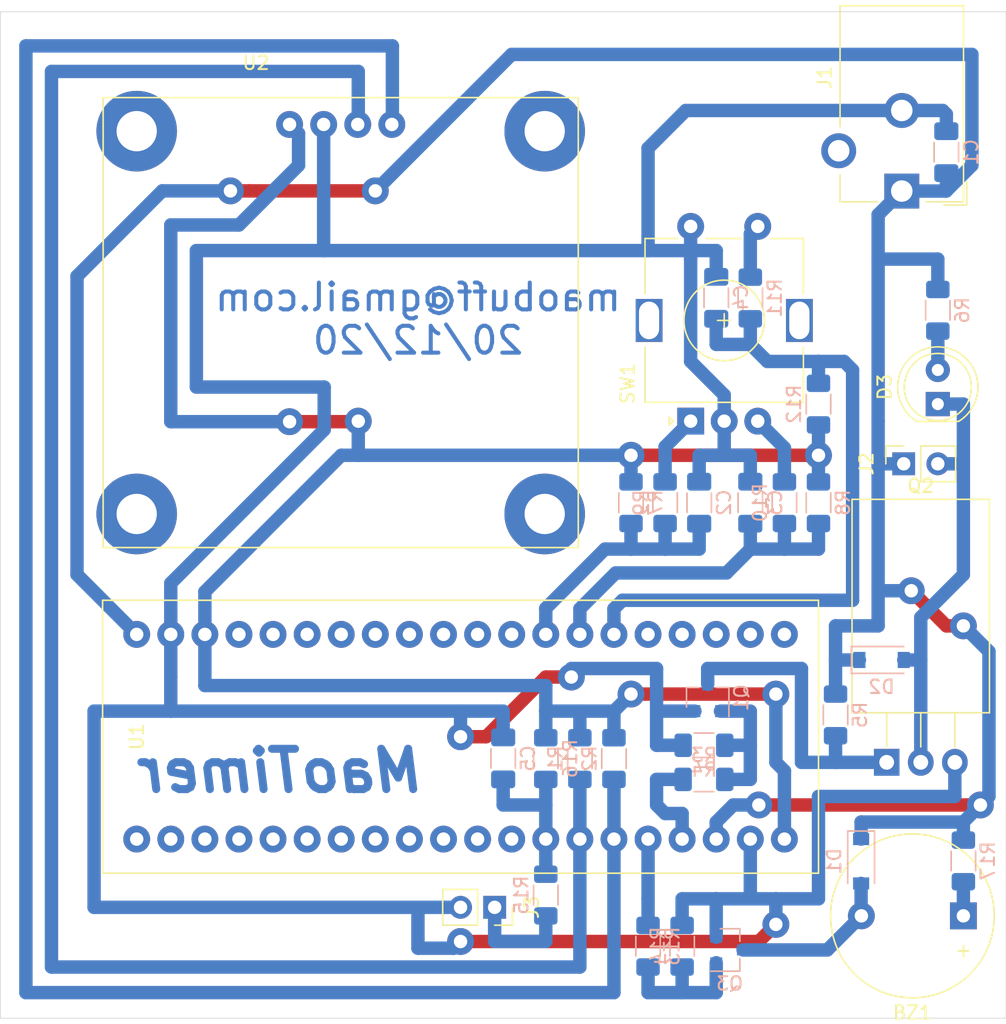
<source format=kicad_pcb>
(kicad_pcb (version 20171130) (host pcbnew "(5.1.8)-1")

  (general
    (thickness 1.6)
    (drawings 6)
    (tracks 247)
    (zones 0)
    (modules 35)
    (nets 49)
  )

  (page A4)
  (layers
    (0 F.Cu signal)
    (31 B.Cu signal)
    (32 B.Adhes user)
    (33 F.Adhes user)
    (34 B.Paste user)
    (35 F.Paste user)
    (36 B.SilkS user)
    (37 F.SilkS user)
    (38 B.Mask user)
    (39 F.Mask user)
    (40 Dwgs.User user)
    (41 Cmts.User user)
    (42 Eco1.User user)
    (43 Eco2.User user)
    (44 Edge.Cuts user)
    (45 Margin user)
    (46 B.CrtYd user)
    (47 F.CrtYd user)
    (48 B.Fab user)
    (49 F.Fab user)
  )

  (setup
    (last_trace_width 1)
    (trace_clearance 0.4)
    (zone_clearance 0.508)
    (zone_45_only no)
    (trace_min 0.2)
    (via_size 2)
    (via_drill 1)
    (via_min_size 0.4)
    (via_min_drill 0.3)
    (uvia_size 0.3)
    (uvia_drill 0.1)
    (uvias_allowed no)
    (uvia_min_size 0.2)
    (uvia_min_drill 0.1)
    (edge_width 0.05)
    (segment_width 0.2)
    (pcb_text_width 0.3)
    (pcb_text_size 1.5 1.5)
    (mod_edge_width 0.12)
    (mod_text_size 1 1)
    (mod_text_width 0.15)
    (pad_size 6 6)
    (pad_drill 3)
    (pad_to_mask_clearance 0)
    (aux_axis_origin 0 0)
    (visible_elements 7FFFFFFF)
    (pcbplotparams
      (layerselection 0x010fc_ffffffff)
      (usegerberextensions false)
      (usegerberattributes true)
      (usegerberadvancedattributes true)
      (creategerberjobfile true)
      (excludeedgelayer true)
      (linewidth 0.100000)
      (plotframeref false)
      (viasonmask false)
      (mode 1)
      (useauxorigin false)
      (hpglpennumber 1)
      (hpglpenspeed 20)
      (hpglpendiameter 15.000000)
      (psnegative false)
      (psa4output false)
      (plotreference true)
      (plotvalue true)
      (plotinvisibletext false)
      (padsonsilk false)
      (subtractmaskfromsilk false)
      (outputformat 1)
      (mirror false)
      (drillshape 1)
      (scaleselection 1)
      (outputdirectory ""))
  )

  (net 0 "")
  (net 1 GND)
  (net 2 A)
  (net 3 B)
  (net 4 SW)
  (net 5 VCC)
  (net 6 "Net-(D2-Pad2)")
  (net 7 "Net-(D3-Pad2)")
  (net 8 "Net-(Q1-Pad3)")
  (net 9 "Net-(Q1-Pad1)")
  (net 10 SCL)
  (net 11 +3V3)
  (net 12 SDA)
  (net 13 LED_PWM)
  (net 14 "Net-(R9-Pad1)")
  (net 15 "Net-(R10-Pad1)")
  (net 16 "Net-(R11-Pad2)")
  (net 17 "Net-(U1-Pad37)")
  (net 18 "Net-(U1-Pad36)")
  (net 19 "Net-(U1-Pad35)")
  (net 20 "Net-(U1-Pad34)")
  (net 21 "Net-(U1-Pad33)")
  (net 22 "Net-(U1-Pad32)")
  (net 23 "Net-(U1-Pad31)")
  (net 24 "Net-(U1-Pad30)")
  (net 25 "Net-(U1-Pad29)")
  (net 26 "Net-(U1-Pad25)")
  (net 27 "Net-(U1-Pad24)")
  (net 28 "Net-(U1-Pad23)")
  (net 29 "Net-(U1-Pad22)")
  (net 30 "Net-(U1-Pad21)")
  (net 31 "Net-(U1-Pad12)")
  (net 32 "Net-(U1-Pad11)")
  (net 33 "Net-(U1-Pad10)")
  (net 34 "Net-(U1-Pad9)")
  (net 35 "Net-(U1-Pad8)")
  (net 36 "Net-(U1-Pad7)")
  (net 37 "Net-(U1-Pad6)")
  (net 38 "Net-(U1-Pad5)")
  (net 39 "Net-(U1-Pad4)")
  (net 40 "Net-(U1-Pad3)")
  (net 41 "Net-(U1-Pad2)")
  (net 42 "Net-(U1-Pad1)")
  (net 43 "Net-(BZ1-Pad2)")
  (net 44 "Net-(BZ1-Pad1)")
  (net 45 ENCLOSER)
  (net 46 "Net-(J3-Pad1)")
  (net 47 "Net-(Q3-Pad1)")
  (net 48 BUZZER)

  (net_class Default "This is the default net class."
    (clearance 0.4)
    (trace_width 1)
    (via_dia 2)
    (via_drill 1)
    (uvia_dia 0.3)
    (uvia_drill 0.1)
    (add_net +3V3)
    (add_net A)
    (add_net B)
    (add_net BUZZER)
    (add_net ENCLOSER)
    (add_net GND)
    (add_net LED_PWM)
    (add_net "Net-(BZ1-Pad1)")
    (add_net "Net-(BZ1-Pad2)")
    (add_net "Net-(D2-Pad2)")
    (add_net "Net-(D3-Pad2)")
    (add_net "Net-(J3-Pad1)")
    (add_net "Net-(Q1-Pad1)")
    (add_net "Net-(Q1-Pad3)")
    (add_net "Net-(Q3-Pad1)")
    (add_net "Net-(R10-Pad1)")
    (add_net "Net-(R11-Pad2)")
    (add_net "Net-(R9-Pad1)")
    (add_net "Net-(U1-Pad1)")
    (add_net "Net-(U1-Pad10)")
    (add_net "Net-(U1-Pad11)")
    (add_net "Net-(U1-Pad12)")
    (add_net "Net-(U1-Pad2)")
    (add_net "Net-(U1-Pad21)")
    (add_net "Net-(U1-Pad22)")
    (add_net "Net-(U1-Pad23)")
    (add_net "Net-(U1-Pad24)")
    (add_net "Net-(U1-Pad25)")
    (add_net "Net-(U1-Pad29)")
    (add_net "Net-(U1-Pad3)")
    (add_net "Net-(U1-Pad30)")
    (add_net "Net-(U1-Pad31)")
    (add_net "Net-(U1-Pad32)")
    (add_net "Net-(U1-Pad33)")
    (add_net "Net-(U1-Pad34)")
    (add_net "Net-(U1-Pad35)")
    (add_net "Net-(U1-Pad36)")
    (add_net "Net-(U1-Pad37)")
    (add_net "Net-(U1-Pad4)")
    (add_net "Net-(U1-Pad5)")
    (add_net "Net-(U1-Pad6)")
    (add_net "Net-(U1-Pad7)")
    (add_net "Net-(U1-Pad8)")
    (add_net "Net-(U1-Pad9)")
    (add_net SCL)
    (add_net SDA)
    (add_net SW)
    (add_net VCC)
  )

  (module Buzzer_Beeper:Buzzer_12x9.5RM7.6 (layer F.Cu) (tedit 5A030281) (tstamp 5FDEDA25)
    (at 125.095 106.68 180)
    (descr "Generic Buzzer, D12mm height 9.5mm with RM7.6mm")
    (tags buzzer)
    (path /5FDFA379)
    (fp_text reference BZ1 (at 3.8 -7.2) (layer F.SilkS)
      (effects (font (size 1 1) (thickness 0.15)))
    )
    (fp_text value Buzzer (at 3.8 7.4) (layer F.Fab)
      (effects (font (size 1 1) (thickness 0.15)))
    )
    (fp_text user %R (at 3.8 -4) (layer F.Fab)
      (effects (font (size 1 1) (thickness 0.15)))
    )
    (fp_text user + (at -0.01 -2.54) (layer F.SilkS)
      (effects (font (size 1 1) (thickness 0.15)))
    )
    (fp_text user + (at -0.01 -2.54) (layer F.Fab)
      (effects (font (size 1 1) (thickness 0.15)))
    )
    (fp_circle (center 3.8 0) (end 10.05 0) (layer F.CrtYd) (width 0.05))
    (fp_circle (center 3.8 0) (end 9.8 0) (layer F.Fab) (width 0.1))
    (fp_circle (center 3.8 0) (end 4.8 0) (layer F.Fab) (width 0.1))
    (fp_circle (center 3.8 0) (end 9.9 0) (layer F.SilkS) (width 0.12))
    (pad 2 thru_hole circle (at 7.6 0 180) (size 2 2) (drill 1) (layers *.Cu *.Mask)
      (net 43 "Net-(BZ1-Pad2)"))
    (pad 1 thru_hole rect (at 0 0 180) (size 2 2) (drill 1) (layers *.Cu *.Mask)
      (net 44 "Net-(BZ1-Pad1)"))
    (model ${KISYS3DMOD}/Buzzer_Beeper.3dshapes/Buzzer_12x9.5RM7.6.wrl
      (at (xyz 0 0 0))
      (scale (xyz 1 1 1))
      (rotate (xyz 0 0 0))
    )
  )

  (module Diode_SMD:D_SOD-123 (layer B.Cu) (tedit 58645DC7) (tstamp 5FDED671)
    (at 117.475 102.615 270)
    (descr SOD-123)
    (tags SOD-123)
    (path /5FDFB1C3)
    (attr smd)
    (fp_text reference D1 (at 0 2 90) (layer B.SilkS)
      (effects (font (size 1 1) (thickness 0.15)) (justify mirror))
    )
    (fp_text value 1N4148W (at 0 -2.1 90) (layer B.Fab)
      (effects (font (size 1 1) (thickness 0.15)) (justify mirror))
    )
    (fp_text user %R (at 0 2 90) (layer B.Fab)
      (effects (font (size 1 1) (thickness 0.15)) (justify mirror))
    )
    (fp_line (start -2.25 1) (end -2.25 -1) (layer B.SilkS) (width 0.12))
    (fp_line (start 0.25 0) (end 0.75 0) (layer B.Fab) (width 0.1))
    (fp_line (start 0.25 -0.4) (end -0.35 0) (layer B.Fab) (width 0.1))
    (fp_line (start 0.25 0.4) (end 0.25 -0.4) (layer B.Fab) (width 0.1))
    (fp_line (start -0.35 0) (end 0.25 0.4) (layer B.Fab) (width 0.1))
    (fp_line (start -0.35 0) (end -0.35 -0.55) (layer B.Fab) (width 0.1))
    (fp_line (start -0.35 0) (end -0.35 0.55) (layer B.Fab) (width 0.1))
    (fp_line (start -0.75 0) (end -0.35 0) (layer B.Fab) (width 0.1))
    (fp_line (start -1.4 -0.9) (end -1.4 0.9) (layer B.Fab) (width 0.1))
    (fp_line (start 1.4 -0.9) (end -1.4 -0.9) (layer B.Fab) (width 0.1))
    (fp_line (start 1.4 0.9) (end 1.4 -0.9) (layer B.Fab) (width 0.1))
    (fp_line (start -1.4 0.9) (end 1.4 0.9) (layer B.Fab) (width 0.1))
    (fp_line (start -2.35 1.15) (end 2.35 1.15) (layer B.CrtYd) (width 0.05))
    (fp_line (start 2.35 1.15) (end 2.35 -1.15) (layer B.CrtYd) (width 0.05))
    (fp_line (start 2.35 -1.15) (end -2.35 -1.15) (layer B.CrtYd) (width 0.05))
    (fp_line (start -2.35 1.15) (end -2.35 -1.15) (layer B.CrtYd) (width 0.05))
    (fp_line (start -2.25 -1) (end 1.65 -1) (layer B.SilkS) (width 0.12))
    (fp_line (start -2.25 1) (end 1.65 1) (layer B.SilkS) (width 0.12))
    (pad 2 smd rect (at 1.65 0 270) (size 0.9 1.2) (layers B.Cu B.Paste B.Mask)
      (net 43 "Net-(BZ1-Pad2)"))
    (pad 1 smd rect (at -1.65 0 270) (size 0.9 1.2) (layers B.Cu B.Paste B.Mask)
      (net 5 VCC))
    (model ${KISYS3DMOD}/Diode_SMD.3dshapes/D_SOD-123.wrl
      (at (xyz 0 0 0))
      (scale (xyz 1 1 1))
      (rotate (xyz 0 0 0))
    )
  )

  (module Resistor_SMD:R_1206_3216Metric_Pad1.30x1.75mm_HandSolder (layer B.Cu) (tedit 5F68FEEE) (tstamp 5FDED639)
    (at 125.095 102.59 90)
    (descr "Resistor SMD 1206 (3216 Metric), square (rectangular) end terminal, IPC_7351 nominal with elongated pad for handsoldering. (Body size source: IPC-SM-782 page 72, https://www.pcb-3d.com/wordpress/wp-content/uploads/ipc-sm-782a_amendment_1_and_2.pdf), generated with kicad-footprint-generator")
    (tags "resistor handsolder")
    (path /5FE613C8)
    (attr smd)
    (fp_text reference R17 (at 0 1.82 90) (layer B.SilkS)
      (effects (font (size 1 1) (thickness 0.15)) (justify mirror))
    )
    (fp_text value 600 (at 0 -1.82 90) (layer B.Fab)
      (effects (font (size 1 1) (thickness 0.15)) (justify mirror))
    )
    (fp_text user %R (at 0 0 90) (layer B.Fab)
      (effects (font (size 0.8 0.8) (thickness 0.12)) (justify mirror))
    )
    (fp_line (start -1.6 -0.8) (end -1.6 0.8) (layer B.Fab) (width 0.1))
    (fp_line (start -1.6 0.8) (end 1.6 0.8) (layer B.Fab) (width 0.1))
    (fp_line (start 1.6 0.8) (end 1.6 -0.8) (layer B.Fab) (width 0.1))
    (fp_line (start 1.6 -0.8) (end -1.6 -0.8) (layer B.Fab) (width 0.1))
    (fp_line (start -0.727064 0.91) (end 0.727064 0.91) (layer B.SilkS) (width 0.12))
    (fp_line (start -0.727064 -0.91) (end 0.727064 -0.91) (layer B.SilkS) (width 0.12))
    (fp_line (start -2.45 -1.12) (end -2.45 1.12) (layer B.CrtYd) (width 0.05))
    (fp_line (start -2.45 1.12) (end 2.45 1.12) (layer B.CrtYd) (width 0.05))
    (fp_line (start 2.45 1.12) (end 2.45 -1.12) (layer B.CrtYd) (width 0.05))
    (fp_line (start 2.45 -1.12) (end -2.45 -1.12) (layer B.CrtYd) (width 0.05))
    (pad 2 smd roundrect (at 1.55 0 90) (size 1.3 1.75) (layers B.Cu B.Paste B.Mask) (roundrect_rratio 0.192308)
      (net 5 VCC))
    (pad 1 smd roundrect (at -1.55 0 90) (size 1.3 1.75) (layers B.Cu B.Paste B.Mask) (roundrect_rratio 0.192308)
      (net 44 "Net-(BZ1-Pad1)"))
    (model ${KISYS3DMOD}/Resistor_SMD.3dshapes/R_1206_3216Metric.wrl
      (at (xyz 0 0 0))
      (scale (xyz 1 1 1))
      (rotate (xyz 0 0 0))
    )
  )

  (module MaoTimer:SH1106_I2C (layer F.Cu) (tedit 5FDE886E) (tstamp 5FDE9201)
    (at 63.5 48.26)
    (path /5FDBB679)
    (fp_text reference U2 (at 8.89 -5.08) (layer F.SilkS)
      (effects (font (size 1 1) (thickness 0.15)))
    )
    (fp_text value SH1106_I2C (at 10.16 -7.62) (layer F.Fab)
      (effects (font (size 1 1) (thickness 0.15)))
    )
    (fp_line (start -2.5 -2.5) (end 32.9 -2.5) (layer F.SilkS) (width 0.12))
    (fp_line (start 32.9 -2.5) (end 32.9 31) (layer F.SilkS) (width 0.12))
    (fp_line (start 32.9 31) (end -2.5 31) (layer F.SilkS) (width 0.12))
    (fp_line (start -2.5 31) (end -2.5 -2.5) (layer F.SilkS) (width 0.12))
    (pad 4 thru_hole circle (at 19.01 -0.5) (size 2 2) (drill 1) (layers *.Cu *.Mask)
      (net 12 SDA))
    (pad 3 thru_hole circle (at 16.47 -0.5) (size 2 2) (drill 1) (layers *.Cu *.Mask)
      (net 10 SCL))
    (pad 2 thru_hole circle (at 13.93 -0.5) (size 2 2) (drill 1) (layers *.Cu *.Mask)
      (net 1 GND))
    (pad 1 thru_hole circle (at 11.39 -0.5) (size 2 2) (drill 1) (layers *.Cu *.Mask)
      (net 11 +3V3))
    (pad ~ thru_hole circle (at 30.4 0) (size 6 6) (drill 3) (layers *.Cu *.Mask))
    (pad ~ thru_hole circle (at 30.4 28.5) (size 6 6) (drill 3) (layers *.Cu *.Mask))
    (pad ~ thru_hole circle (at 0 28.5) (size 6 6) (drill 3) (layers *.Cu *.Mask))
    (pad ~ thru_hole circle (at 0 0) (size 6 6) (drill 3) (layers *.Cu *.Mask))
  )

  (module MaoTimer:MiniF4_V3.0 (layer F.Cu) (tedit 5FD68D1B) (tstamp 5FDE91F1)
    (at 63.5 100.965 90)
    (path /5FD6BABD)
    (fp_text reference U1 (at 7.62 0 90) (layer F.SilkS)
      (effects (font (size 1 1) (thickness 0.15)))
    )
    (fp_text value V3.0 (at 7.62 2.54 90) (layer F.Fab)
      (effects (font (size 1 1) (thickness 0.15)))
    )
    (fp_line (start -2.54 -2.54) (end 17.78 -2.54) (layer F.SilkS) (width 0.12))
    (fp_line (start 17.78 -2.54) (end 17.78 50.8) (layer F.SilkS) (width 0.12))
    (fp_line (start 17.78 50.8) (end -2.54 50.8) (layer F.SilkS) (width 0.12))
    (fp_line (start -2.54 50.8) (end -2.54 -2.54) (layer F.SilkS) (width 0.12))
    (pad 40 thru_hole circle (at 15.24 0 90) (size 2 2) (drill 1) (layers *.Cu *.Mask)
      (net 5 VCC))
    (pad 39 thru_hole circle (at 15.24 2.54 90) (size 2 2) (drill 1) (layers *.Cu *.Mask)
      (net 1 GND))
    (pad 38 thru_hole circle (at 15.24 5.08 90) (size 2 2) (drill 1) (layers *.Cu *.Mask)
      (net 11 +3V3))
    (pad 37 thru_hole circle (at 15.24 7.62 90) (size 2 2) (drill 1) (layers *.Cu *.Mask)
      (net 17 "Net-(U1-Pad37)"))
    (pad 36 thru_hole circle (at 15.24 10.16 90) (size 2 2) (drill 1) (layers *.Cu *.Mask)
      (net 18 "Net-(U1-Pad36)"))
    (pad 35 thru_hole circle (at 15.24 12.7 90) (size 2 2) (drill 1) (layers *.Cu *.Mask)
      (net 19 "Net-(U1-Pad35)"))
    (pad 34 thru_hole circle (at 15.24 15.24 90) (size 2 2) (drill 1) (layers *.Cu *.Mask)
      (net 20 "Net-(U1-Pad34)"))
    (pad 33 thru_hole circle (at 15.24 17.78 90) (size 2 2) (drill 1) (layers *.Cu *.Mask)
      (net 21 "Net-(U1-Pad33)"))
    (pad 32 thru_hole circle (at 15.24 20.32 90) (size 2 2) (drill 1) (layers *.Cu *.Mask)
      (net 22 "Net-(U1-Pad32)"))
    (pad 31 thru_hole circle (at 15.24 22.86 90) (size 2 2) (drill 1) (layers *.Cu *.Mask)
      (net 23 "Net-(U1-Pad31)"))
    (pad 30 thru_hole circle (at 15.24 25.4 90) (size 2 2) (drill 1) (layers *.Cu *.Mask)
      (net 24 "Net-(U1-Pad30)"))
    (pad 29 thru_hole circle (at 15.24 27.94 90) (size 2 2) (drill 1) (layers *.Cu *.Mask)
      (net 25 "Net-(U1-Pad29)"))
    (pad 28 thru_hole circle (at 15.24 30.48 90) (size 2 2) (drill 1) (layers *.Cu *.Mask)
      (net 2 A))
    (pad 27 thru_hole circle (at 15.24 33.02 90) (size 2 2) (drill 1) (layers *.Cu *.Mask)
      (net 3 B))
    (pad 26 thru_hole circle (at 15.24 35.56 90) (size 2 2) (drill 1) (layers *.Cu *.Mask)
      (net 4 SW))
    (pad 25 thru_hole circle (at 15.24 38.1 90) (size 2 2) (drill 1) (layers *.Cu *.Mask)
      (net 26 "Net-(U1-Pad25)"))
    (pad 24 thru_hole circle (at 15.24 40.64 90) (size 2 2) (drill 1) (layers *.Cu *.Mask)
      (net 27 "Net-(U1-Pad24)"))
    (pad 23 thru_hole circle (at 15.24 43.18 90) (size 2 2) (drill 1) (layers *.Cu *.Mask)
      (net 28 "Net-(U1-Pad23)"))
    (pad 22 thru_hole circle (at 15.24 45.72 90) (size 2 2) (drill 1) (layers *.Cu *.Mask)
      (net 29 "Net-(U1-Pad22)"))
    (pad 21 thru_hole circle (at 15.24 48.26 90) (size 2 2) (drill 1) (layers *.Cu *.Mask)
      (net 30 "Net-(U1-Pad21)"))
    (pad 20 thru_hole circle (at 0 48.26 90) (size 2 2) (drill 1) (layers *.Cu *.Mask)
      (net 11 +3V3))
    (pad 19 thru_hole circle (at 0 45.72 90) (size 2 2) (drill 1) (layers *.Cu *.Mask)
      (net 1 GND))
    (pad 18 thru_hole circle (at 0 43.18 90) (size 2 2) (drill 1) (layers *.Cu *.Mask)
      (net 5 VCC))
    (pad 17 thru_hole circle (at 0 40.64 90) (size 2 2) (drill 1) (layers *.Cu *.Mask)
      (net 13 LED_PWM))
    (pad 16 thru_hole circle (at 0 38.1 90) (size 2 2) (drill 1) (layers *.Cu *.Mask)
      (net 48 BUZZER))
    (pad 15 thru_hole circle (at 0 35.56 90) (size 2 2) (drill 1) (layers *.Cu *.Mask)
      (net 12 SDA))
    (pad 14 thru_hole circle (at 0 33.02 90) (size 2 2) (drill 1) (layers *.Cu *.Mask)
      (net 10 SCL))
    (pad 13 thru_hole circle (at 0 30.48 90) (size 2 2) (drill 1) (layers *.Cu *.Mask)
      (net 45 ENCLOSER))
    (pad 12 thru_hole circle (at 0 27.94 90) (size 2 2) (drill 1) (layers *.Cu *.Mask)
      (net 31 "Net-(U1-Pad12)"))
    (pad 11 thru_hole circle (at 0 25.4 90) (size 2 2) (drill 1) (layers *.Cu *.Mask)
      (net 32 "Net-(U1-Pad11)"))
    (pad 10 thru_hole circle (at 0 22.86 90) (size 2 2) (drill 1) (layers *.Cu *.Mask)
      (net 33 "Net-(U1-Pad10)"))
    (pad 9 thru_hole circle (at 0 20.32 90) (size 2 2) (drill 1) (layers *.Cu *.Mask)
      (net 34 "Net-(U1-Pad9)"))
    (pad 8 thru_hole circle (at 0 17.78 90) (size 2 2) (drill 1) (layers *.Cu *.Mask)
      (net 35 "Net-(U1-Pad8)"))
    (pad 7 thru_hole circle (at 0 15.24 90) (size 2 2) (drill 1) (layers *.Cu *.Mask)
      (net 36 "Net-(U1-Pad7)"))
    (pad 6 thru_hole circle (at 0 12.7 90) (size 2 2) (drill 1) (layers *.Cu *.Mask)
      (net 37 "Net-(U1-Pad6)"))
    (pad 5 thru_hole circle (at 0 10.16 90) (size 2 2) (drill 1) (layers *.Cu *.Mask)
      (net 38 "Net-(U1-Pad5)"))
    (pad 4 thru_hole circle (at 0 7.62 90) (size 2 2) (drill 1) (layers *.Cu *.Mask)
      (net 39 "Net-(U1-Pad4)"))
    (pad 3 thru_hole circle (at 0 5.08 90) (size 2 2) (drill 1) (layers *.Cu *.Mask)
      (net 40 "Net-(U1-Pad3)"))
    (pad 2 thru_hole circle (at 0 2.54 90) (size 2 2) (drill 1) (layers *.Cu *.Mask)
      (net 41 "Net-(U1-Pad2)"))
    (pad 1 thru_hole circle (at 0 0 90) (size 2 2) (drill 1) (layers *.Cu *.Mask)
      (net 42 "Net-(U1-Pad1)"))
  )

  (module Rotary_Encoder:RotaryEncoder_Alps_EC11E-Switch_Vertical_H20mm (layer F.Cu) (tedit 5A74C8CB) (tstamp 5FDE91C1)
    (at 104.775 69.85 90)
    (descr "Alps rotary encoder, EC12E... with switch, vertical shaft, http://www.alps.com/prod/info/E/HTML/Encoder/Incremental/EC11/EC11E15204A3.html")
    (tags "rotary encoder")
    (path /5FD7B070)
    (fp_text reference SW1 (at 2.8 -4.7 90) (layer F.SilkS)
      (effects (font (size 1 1) (thickness 0.15)))
    )
    (fp_text value CTRL (at 7.5 10.4 90) (layer F.Fab)
      (effects (font (size 1 1) (thickness 0.15)))
    )
    (fp_text user %R (at 11.1 6.3 90) (layer F.Fab)
      (effects (font (size 1 1) (thickness 0.15)))
    )
    (fp_line (start 7 2.5) (end 8 2.5) (layer F.SilkS) (width 0.12))
    (fp_line (start 7.5 2) (end 7.5 3) (layer F.SilkS) (width 0.12))
    (fp_line (start 13.6 6) (end 13.6 8.4) (layer F.SilkS) (width 0.12))
    (fp_line (start 13.6 1.2) (end 13.6 3.8) (layer F.SilkS) (width 0.12))
    (fp_line (start 13.6 -3.4) (end 13.6 -1) (layer F.SilkS) (width 0.12))
    (fp_line (start 4.5 2.5) (end 10.5 2.5) (layer F.Fab) (width 0.12))
    (fp_line (start 7.5 -0.5) (end 7.5 5.5) (layer F.Fab) (width 0.12))
    (fp_line (start 0.3 -1.6) (end 0 -1.3) (layer F.SilkS) (width 0.12))
    (fp_line (start -0.3 -1.6) (end 0.3 -1.6) (layer F.SilkS) (width 0.12))
    (fp_line (start 0 -1.3) (end -0.3 -1.6) (layer F.SilkS) (width 0.12))
    (fp_line (start 1.4 -3.4) (end 1.4 8.4) (layer F.SilkS) (width 0.12))
    (fp_line (start 5.5 -3.4) (end 1.4 -3.4) (layer F.SilkS) (width 0.12))
    (fp_line (start 5.5 8.4) (end 1.4 8.4) (layer F.SilkS) (width 0.12))
    (fp_line (start 13.6 8.4) (end 9.5 8.4) (layer F.SilkS) (width 0.12))
    (fp_line (start 9.5 -3.4) (end 13.6 -3.4) (layer F.SilkS) (width 0.12))
    (fp_line (start 1.5 -2.2) (end 2.5 -3.3) (layer F.Fab) (width 0.12))
    (fp_line (start 1.5 8.3) (end 1.5 -2.2) (layer F.Fab) (width 0.12))
    (fp_line (start 13.5 8.3) (end 1.5 8.3) (layer F.Fab) (width 0.12))
    (fp_line (start 13.5 -3.3) (end 13.5 8.3) (layer F.Fab) (width 0.12))
    (fp_line (start 2.5 -3.3) (end 13.5 -3.3) (layer F.Fab) (width 0.12))
    (fp_line (start -1.5 -4.6) (end 16 -4.6) (layer F.CrtYd) (width 0.05))
    (fp_line (start -1.5 -4.6) (end -1.5 9.6) (layer F.CrtYd) (width 0.05))
    (fp_line (start 16 9.6) (end 16 -4.6) (layer F.CrtYd) (width 0.05))
    (fp_line (start 16 9.6) (end -1.5 9.6) (layer F.CrtYd) (width 0.05))
    (fp_circle (center 7.5 2.5) (end 10.5 2.5) (layer F.SilkS) (width 0.12))
    (fp_circle (center 7.5 2.5) (end 10.5 2.5) (layer F.Fab) (width 0.12))
    (pad A thru_hole rect (at 0 0 90) (size 2 2) (drill 1) (layers *.Cu *.Mask)
      (net 14 "Net-(R9-Pad1)"))
    (pad C thru_hole circle (at 0 2.5 90) (size 2 2) (drill 1) (layers *.Cu *.Mask)
      (net 1 GND))
    (pad B thru_hole circle (at 0 5 90) (size 2 2) (drill 1) (layers *.Cu *.Mask)
      (net 15 "Net-(R10-Pad1)"))
    (pad MP thru_hole rect (at 7.5 -3.1 90) (size 3.2 2) (drill oval 2.8 1.5) (layers *.Cu *.Mask))
    (pad MP thru_hole rect (at 7.5 8.1 90) (size 3.2 2) (drill oval 2.8 1.5) (layers *.Cu *.Mask))
    (pad S2 thru_hole circle (at 14.5 0 90) (size 2 2) (drill 1) (layers *.Cu *.Mask)
      (net 1 GND))
    (pad S1 thru_hole circle (at 14.5 5 90) (size 2 2) (drill 1) (layers *.Cu *.Mask)
      (net 16 "Net-(R11-Pad2)"))
    (model ${KISYS3DMOD}/Rotary_Encoder.3dshapes/RotaryEncoder_Alps_EC11E-Switch_Vertical_H20mm.wrl
      (at (xyz 0 0 0))
      (scale (xyz 1 1 1))
      (rotate (xyz 0 0 0))
    )
  )

  (module Resistor_SMD:R_1206_3216Metric_Pad1.30x1.75mm_HandSolder (layer B.Cu) (tedit 5F68FEEE) (tstamp 5FDE918A)
    (at 93.98 94.97 90)
    (descr "Resistor SMD 1206 (3216 Metric), square (rectangular) end terminal, IPC_7351 nominal with elongated pad for handsoldering. (Body size source: IPC-SM-782 page 72, https://www.pcb-3d.com/wordpress/wp-content/uploads/ipc-sm-782a_amendment_1_and_2.pdf), generated with kicad-footprint-generator")
    (tags "resistor handsolder")
    (path /5FE45CA7)
    (attr smd)
    (fp_text reference R16 (at 0 1.82 90) (layer B.SilkS)
      (effects (font (size 1 1) (thickness 0.15)) (justify mirror))
    )
    (fp_text value 10k (at 0 -1.82 90) (layer B.Fab)
      (effects (font (size 1 1) (thickness 0.15)) (justify mirror))
    )
    (fp_text user %R (at 0 0 90) (layer B.Fab)
      (effects (font (size 0.8 0.8) (thickness 0.12)) (justify mirror))
    )
    (fp_line (start -1.6 -0.8) (end -1.6 0.8) (layer B.Fab) (width 0.1))
    (fp_line (start -1.6 0.8) (end 1.6 0.8) (layer B.Fab) (width 0.1))
    (fp_line (start 1.6 0.8) (end 1.6 -0.8) (layer B.Fab) (width 0.1))
    (fp_line (start 1.6 -0.8) (end -1.6 -0.8) (layer B.Fab) (width 0.1))
    (fp_line (start -0.727064 0.91) (end 0.727064 0.91) (layer B.SilkS) (width 0.12))
    (fp_line (start -0.727064 -0.91) (end 0.727064 -0.91) (layer B.SilkS) (width 0.12))
    (fp_line (start -2.45 -1.12) (end -2.45 1.12) (layer B.CrtYd) (width 0.05))
    (fp_line (start -2.45 1.12) (end 2.45 1.12) (layer B.CrtYd) (width 0.05))
    (fp_line (start 2.45 1.12) (end 2.45 -1.12) (layer B.CrtYd) (width 0.05))
    (fp_line (start 2.45 -1.12) (end -2.45 -1.12) (layer B.CrtYd) (width 0.05))
    (pad 2 smd roundrect (at 1.55 0 90) (size 1.3 1.75) (layers B.Cu B.Paste B.Mask) (roundrect_rratio 0.192308)
      (net 11 +3V3))
    (pad 1 smd roundrect (at -1.55 0 90) (size 1.3 1.75) (layers B.Cu B.Paste B.Mask) (roundrect_rratio 0.192308)
      (net 45 ENCLOSER))
    (model ${KISYS3DMOD}/Resistor_SMD.3dshapes/R_1206_3216Metric.wrl
      (at (xyz 0 0 0))
      (scale (xyz 1 1 1))
      (rotate (xyz 0 0 0))
    )
  )

  (module Resistor_SMD:R_1206_3216Metric_Pad1.30x1.75mm_HandSolder (layer B.Cu) (tedit 5F68FEEE) (tstamp 5FDE9179)
    (at 93.98 105.13 270)
    (descr "Resistor SMD 1206 (3216 Metric), square (rectangular) end terminal, IPC_7351 nominal with elongated pad for handsoldering. (Body size source: IPC-SM-782 page 72, https://www.pcb-3d.com/wordpress/wp-content/uploads/ipc-sm-782a_amendment_1_and_2.pdf), generated with kicad-footprint-generator")
    (tags "resistor handsolder")
    (path /5FE45C95)
    (attr smd)
    (fp_text reference R15 (at 0 1.82 270) (layer B.SilkS)
      (effects (font (size 1 1) (thickness 0.15)) (justify mirror))
    )
    (fp_text value 10k (at 0 -1.82 270) (layer B.Fab)
      (effects (font (size 1 1) (thickness 0.15)) (justify mirror))
    )
    (fp_text user %R (at 0 0 270) (layer B.Fab)
      (effects (font (size 0.8 0.8) (thickness 0.12)) (justify mirror))
    )
    (fp_line (start -1.6 -0.8) (end -1.6 0.8) (layer B.Fab) (width 0.1))
    (fp_line (start -1.6 0.8) (end 1.6 0.8) (layer B.Fab) (width 0.1))
    (fp_line (start 1.6 0.8) (end 1.6 -0.8) (layer B.Fab) (width 0.1))
    (fp_line (start 1.6 -0.8) (end -1.6 -0.8) (layer B.Fab) (width 0.1))
    (fp_line (start -0.727064 0.91) (end 0.727064 0.91) (layer B.SilkS) (width 0.12))
    (fp_line (start -0.727064 -0.91) (end 0.727064 -0.91) (layer B.SilkS) (width 0.12))
    (fp_line (start -2.45 -1.12) (end -2.45 1.12) (layer B.CrtYd) (width 0.05))
    (fp_line (start -2.45 1.12) (end 2.45 1.12) (layer B.CrtYd) (width 0.05))
    (fp_line (start 2.45 1.12) (end 2.45 -1.12) (layer B.CrtYd) (width 0.05))
    (fp_line (start 2.45 -1.12) (end -2.45 -1.12) (layer B.CrtYd) (width 0.05))
    (pad 2 smd roundrect (at 1.55 0 270) (size 1.3 1.75) (layers B.Cu B.Paste B.Mask) (roundrect_rratio 0.192308)
      (net 46 "Net-(J3-Pad1)"))
    (pad 1 smd roundrect (at -1.55 0 270) (size 1.3 1.75) (layers B.Cu B.Paste B.Mask) (roundrect_rratio 0.192308)
      (net 45 ENCLOSER))
    (model ${KISYS3DMOD}/Resistor_SMD.3dshapes/R_1206_3216Metric.wrl
      (at (xyz 0 0 0))
      (scale (xyz 1 1 1))
      (rotate (xyz 0 0 0))
    )
  )

  (module Resistor_SMD:R_1206_3216Metric_Pad1.30x1.75mm_HandSolder (layer B.Cu) (tedit 5F68FEEE) (tstamp 5FDED609)
    (at 104.14 108.94 270)
    (descr "Resistor SMD 1206 (3216 Metric), square (rectangular) end terminal, IPC_7351 nominal with elongated pad for handsoldering. (Body size source: IPC-SM-782 page 72, https://www.pcb-3d.com/wordpress/wp-content/uploads/ipc-sm-782a_amendment_1_and_2.pdf), generated with kicad-footprint-generator")
    (tags "resistor handsolder")
    (path /5FDEF75C)
    (attr smd)
    (fp_text reference R14 (at 0 1.82 270) (layer B.SilkS)
      (effects (font (size 1 1) (thickness 0.15)) (justify mirror))
    )
    (fp_text value 47k (at 0 -1.82 270) (layer B.Fab)
      (effects (font (size 1 1) (thickness 0.15)) (justify mirror))
    )
    (fp_text user %R (at 0 0 270) (layer B.Fab)
      (effects (font (size 0.8 0.8) (thickness 0.12)) (justify mirror))
    )
    (fp_line (start -1.6 -0.8) (end -1.6 0.8) (layer B.Fab) (width 0.1))
    (fp_line (start -1.6 0.8) (end 1.6 0.8) (layer B.Fab) (width 0.1))
    (fp_line (start 1.6 0.8) (end 1.6 -0.8) (layer B.Fab) (width 0.1))
    (fp_line (start 1.6 -0.8) (end -1.6 -0.8) (layer B.Fab) (width 0.1))
    (fp_line (start -0.727064 0.91) (end 0.727064 0.91) (layer B.SilkS) (width 0.12))
    (fp_line (start -0.727064 -0.91) (end 0.727064 -0.91) (layer B.SilkS) (width 0.12))
    (fp_line (start -2.45 -1.12) (end -2.45 1.12) (layer B.CrtYd) (width 0.05))
    (fp_line (start -2.45 1.12) (end 2.45 1.12) (layer B.CrtYd) (width 0.05))
    (fp_line (start 2.45 1.12) (end 2.45 -1.12) (layer B.CrtYd) (width 0.05))
    (fp_line (start 2.45 -1.12) (end -2.45 -1.12) (layer B.CrtYd) (width 0.05))
    (pad 2 smd roundrect (at 1.55 0 270) (size 1.3 1.75) (layers B.Cu B.Paste B.Mask) (roundrect_rratio 0.192308)
      (net 47 "Net-(Q3-Pad1)"))
    (pad 1 smd roundrect (at -1.55 0 270) (size 1.3 1.75) (layers B.Cu B.Paste B.Mask) (roundrect_rratio 0.192308)
      (net 1 GND))
    (model ${KISYS3DMOD}/Resistor_SMD.3dshapes/R_1206_3216Metric.wrl
      (at (xyz 0 0 0))
      (scale (xyz 1 1 1))
      (rotate (xyz 0 0 0))
    )
  )

  (module Resistor_SMD:R_1206_3216Metric_Pad1.30x1.75mm_HandSolder (layer B.Cu) (tedit 5F68FEEE) (tstamp 5FDED5D9)
    (at 101.6 108.94 90)
    (descr "Resistor SMD 1206 (3216 Metric), square (rectangular) end terminal, IPC_7351 nominal with elongated pad for handsoldering. (Body size source: IPC-SM-782 page 72, https://www.pcb-3d.com/wordpress/wp-content/uploads/ipc-sm-782a_amendment_1_and_2.pdf), generated with kicad-footprint-generator")
    (tags "resistor handsolder")
    (path /5FDEEDD1)
    (attr smd)
    (fp_text reference R13 (at 0 1.82 90) (layer B.SilkS)
      (effects (font (size 1 1) (thickness 0.15)) (justify mirror))
    )
    (fp_text value 4.7k (at 0 -1.82 90) (layer B.Fab)
      (effects (font (size 1 1) (thickness 0.15)) (justify mirror))
    )
    (fp_text user %R (at 0 0 90) (layer B.Fab)
      (effects (font (size 0.8 0.8) (thickness 0.12)) (justify mirror))
    )
    (fp_line (start -1.6 -0.8) (end -1.6 0.8) (layer B.Fab) (width 0.1))
    (fp_line (start -1.6 0.8) (end 1.6 0.8) (layer B.Fab) (width 0.1))
    (fp_line (start 1.6 0.8) (end 1.6 -0.8) (layer B.Fab) (width 0.1))
    (fp_line (start 1.6 -0.8) (end -1.6 -0.8) (layer B.Fab) (width 0.1))
    (fp_line (start -0.727064 0.91) (end 0.727064 0.91) (layer B.SilkS) (width 0.12))
    (fp_line (start -0.727064 -0.91) (end 0.727064 -0.91) (layer B.SilkS) (width 0.12))
    (fp_line (start -2.45 -1.12) (end -2.45 1.12) (layer B.CrtYd) (width 0.05))
    (fp_line (start -2.45 1.12) (end 2.45 1.12) (layer B.CrtYd) (width 0.05))
    (fp_line (start 2.45 1.12) (end 2.45 -1.12) (layer B.CrtYd) (width 0.05))
    (fp_line (start 2.45 -1.12) (end -2.45 -1.12) (layer B.CrtYd) (width 0.05))
    (pad 2 smd roundrect (at 1.55 0 90) (size 1.3 1.75) (layers B.Cu B.Paste B.Mask) (roundrect_rratio 0.192308)
      (net 48 BUZZER))
    (pad 1 smd roundrect (at -1.55 0 90) (size 1.3 1.75) (layers B.Cu B.Paste B.Mask) (roundrect_rratio 0.192308)
      (net 47 "Net-(Q3-Pad1)"))
    (model ${KISYS3DMOD}/Resistor_SMD.3dshapes/R_1206_3216Metric.wrl
      (at (xyz 0 0 0))
      (scale (xyz 1 1 1))
      (rotate (xyz 0 0 0))
    )
  )

  (module Resistor_SMD:R_1206_3216Metric_Pad1.30x1.75mm_HandSolder (layer B.Cu) (tedit 5F68FEEE) (tstamp 5FDE9146)
    (at 114.3 68.58 270)
    (descr "Resistor SMD 1206 (3216 Metric), square (rectangular) end terminal, IPC_7351 nominal with elongated pad for handsoldering. (Body size source: IPC-SM-782 page 72, https://www.pcb-3d.com/wordpress/wp-content/uploads/ipc-sm-782a_amendment_1_and_2.pdf), generated with kicad-footprint-generator")
    (tags "resistor handsolder")
    (path /5FD959F5)
    (attr smd)
    (fp_text reference R12 (at 0 1.82 90) (layer B.SilkS)
      (effects (font (size 1 1) (thickness 0.15)) (justify mirror))
    )
    (fp_text value 10k (at 0 -1.82 90) (layer B.Fab)
      (effects (font (size 1 1) (thickness 0.15)) (justify mirror))
    )
    (fp_text user %R (at 0 0 90) (layer B.Fab)
      (effects (font (size 0.8 0.8) (thickness 0.12)) (justify mirror))
    )
    (fp_line (start -1.6 -0.8) (end -1.6 0.8) (layer B.Fab) (width 0.1))
    (fp_line (start -1.6 0.8) (end 1.6 0.8) (layer B.Fab) (width 0.1))
    (fp_line (start 1.6 0.8) (end 1.6 -0.8) (layer B.Fab) (width 0.1))
    (fp_line (start 1.6 -0.8) (end -1.6 -0.8) (layer B.Fab) (width 0.1))
    (fp_line (start -0.727064 0.91) (end 0.727064 0.91) (layer B.SilkS) (width 0.12))
    (fp_line (start -0.727064 -0.91) (end 0.727064 -0.91) (layer B.SilkS) (width 0.12))
    (fp_line (start -2.45 -1.12) (end -2.45 1.12) (layer B.CrtYd) (width 0.05))
    (fp_line (start -2.45 1.12) (end 2.45 1.12) (layer B.CrtYd) (width 0.05))
    (fp_line (start 2.45 1.12) (end 2.45 -1.12) (layer B.CrtYd) (width 0.05))
    (fp_line (start 2.45 -1.12) (end -2.45 -1.12) (layer B.CrtYd) (width 0.05))
    (pad 2 smd roundrect (at 1.55 0 270) (size 1.3 1.75) (layers B.Cu B.Paste B.Mask) (roundrect_rratio 0.192308)
      (net 11 +3V3))
    (pad 1 smd roundrect (at -1.55 0 270) (size 1.3 1.75) (layers B.Cu B.Paste B.Mask) (roundrect_rratio 0.192308)
      (net 4 SW))
    (model ${KISYS3DMOD}/Resistor_SMD.3dshapes/R_1206_3216Metric.wrl
      (at (xyz 0 0 0))
      (scale (xyz 1 1 1))
      (rotate (xyz 0 0 0))
    )
  )

  (module Resistor_SMD:R_1206_3216Metric_Pad1.30x1.75mm_HandSolder (layer B.Cu) (tedit 5F68FEEE) (tstamp 5FDE9135)
    (at 109.22 60.68 90)
    (descr "Resistor SMD 1206 (3216 Metric), square (rectangular) end terminal, IPC_7351 nominal with elongated pad for handsoldering. (Body size source: IPC-SM-782 page 72, https://www.pcb-3d.com/wordpress/wp-content/uploads/ipc-sm-782a_amendment_1_and_2.pdf), generated with kicad-footprint-generator")
    (tags "resistor handsolder")
    (path /5FD9412F)
    (attr smd)
    (fp_text reference R11 (at 0 1.82 270) (layer B.SilkS)
      (effects (font (size 1 1) (thickness 0.15)) (justify mirror))
    )
    (fp_text value 10k (at 0 -1.82 270) (layer B.Fab)
      (effects (font (size 1 1) (thickness 0.15)) (justify mirror))
    )
    (fp_text user %R (at 0 0 270) (layer B.Fab)
      (effects (font (size 0.8 0.8) (thickness 0.12)) (justify mirror))
    )
    (fp_line (start -1.6 -0.8) (end -1.6 0.8) (layer B.Fab) (width 0.1))
    (fp_line (start -1.6 0.8) (end 1.6 0.8) (layer B.Fab) (width 0.1))
    (fp_line (start 1.6 0.8) (end 1.6 -0.8) (layer B.Fab) (width 0.1))
    (fp_line (start 1.6 -0.8) (end -1.6 -0.8) (layer B.Fab) (width 0.1))
    (fp_line (start -0.727064 0.91) (end 0.727064 0.91) (layer B.SilkS) (width 0.12))
    (fp_line (start -0.727064 -0.91) (end 0.727064 -0.91) (layer B.SilkS) (width 0.12))
    (fp_line (start -2.45 -1.12) (end -2.45 1.12) (layer B.CrtYd) (width 0.05))
    (fp_line (start -2.45 1.12) (end 2.45 1.12) (layer B.CrtYd) (width 0.05))
    (fp_line (start 2.45 1.12) (end 2.45 -1.12) (layer B.CrtYd) (width 0.05))
    (fp_line (start 2.45 -1.12) (end -2.45 -1.12) (layer B.CrtYd) (width 0.05))
    (pad 2 smd roundrect (at 1.55 0 90) (size 1.3 1.75) (layers B.Cu B.Paste B.Mask) (roundrect_rratio 0.192308)
      (net 16 "Net-(R11-Pad2)"))
    (pad 1 smd roundrect (at -1.55 0 90) (size 1.3 1.75) (layers B.Cu B.Paste B.Mask) (roundrect_rratio 0.192308)
      (net 4 SW))
    (model ${KISYS3DMOD}/Resistor_SMD.3dshapes/R_1206_3216Metric.wrl
      (at (xyz 0 0 0))
      (scale (xyz 1 1 1))
      (rotate (xyz 0 0 0))
    )
  )

  (module Resistor_SMD:R_1206_3216Metric_Pad1.30x1.75mm_HandSolder (layer B.Cu) (tedit 5F68FEEE) (tstamp 5FDE9124)
    (at 111.76 75.92 270)
    (descr "Resistor SMD 1206 (3216 Metric), square (rectangular) end terminal, IPC_7351 nominal with elongated pad for handsoldering. (Body size source: IPC-SM-782 page 72, https://www.pcb-3d.com/wordpress/wp-content/uploads/ipc-sm-782a_amendment_1_and_2.pdf), generated with kicad-footprint-generator")
    (tags "resistor handsolder")
    (path /5FD7DA68)
    (attr smd)
    (fp_text reference R10 (at 0 1.82 90) (layer B.SilkS)
      (effects (font (size 1 1) (thickness 0.15)) (justify mirror))
    )
    (fp_text value 10k (at 0 -1.82 90) (layer B.Fab)
      (effects (font (size 1 1) (thickness 0.15)) (justify mirror))
    )
    (fp_text user %R (at 0 0 90) (layer B.Fab)
      (effects (font (size 0.8 0.8) (thickness 0.12)) (justify mirror))
    )
    (fp_line (start -1.6 -0.8) (end -1.6 0.8) (layer B.Fab) (width 0.1))
    (fp_line (start -1.6 0.8) (end 1.6 0.8) (layer B.Fab) (width 0.1))
    (fp_line (start 1.6 0.8) (end 1.6 -0.8) (layer B.Fab) (width 0.1))
    (fp_line (start 1.6 -0.8) (end -1.6 -0.8) (layer B.Fab) (width 0.1))
    (fp_line (start -0.727064 0.91) (end 0.727064 0.91) (layer B.SilkS) (width 0.12))
    (fp_line (start -0.727064 -0.91) (end 0.727064 -0.91) (layer B.SilkS) (width 0.12))
    (fp_line (start -2.45 -1.12) (end -2.45 1.12) (layer B.CrtYd) (width 0.05))
    (fp_line (start -2.45 1.12) (end 2.45 1.12) (layer B.CrtYd) (width 0.05))
    (fp_line (start 2.45 1.12) (end 2.45 -1.12) (layer B.CrtYd) (width 0.05))
    (fp_line (start 2.45 -1.12) (end -2.45 -1.12) (layer B.CrtYd) (width 0.05))
    (pad 2 smd roundrect (at 1.55 0 270) (size 1.3 1.75) (layers B.Cu B.Paste B.Mask) (roundrect_rratio 0.192308)
      (net 3 B))
    (pad 1 smd roundrect (at -1.55 0 270) (size 1.3 1.75) (layers B.Cu B.Paste B.Mask) (roundrect_rratio 0.192308)
      (net 15 "Net-(R10-Pad1)"))
    (model ${KISYS3DMOD}/Resistor_SMD.3dshapes/R_1206_3216Metric.wrl
      (at (xyz 0 0 0))
      (scale (xyz 1 1 1))
      (rotate (xyz 0 0 0))
    )
  )

  (module Resistor_SMD:R_1206_3216Metric_Pad1.30x1.75mm_HandSolder (layer B.Cu) (tedit 5F68FEEE) (tstamp 5FDE9113)
    (at 102.87 75.92 270)
    (descr "Resistor SMD 1206 (3216 Metric), square (rectangular) end terminal, IPC_7351 nominal with elongated pad for handsoldering. (Body size source: IPC-SM-782 page 72, https://www.pcb-3d.com/wordpress/wp-content/uploads/ipc-sm-782a_amendment_1_and_2.pdf), generated with kicad-footprint-generator")
    (tags "resistor handsolder")
    (path /5FD8251A)
    (attr smd)
    (fp_text reference R9 (at 0 1.82 90) (layer B.SilkS)
      (effects (font (size 1 1) (thickness 0.15)) (justify mirror))
    )
    (fp_text value 10k (at 0 -1.82 90) (layer B.Fab)
      (effects (font (size 1 1) (thickness 0.15)) (justify mirror))
    )
    (fp_text user %R (at 0 0 90) (layer B.Fab)
      (effects (font (size 0.8 0.8) (thickness 0.12)) (justify mirror))
    )
    (fp_line (start -1.6 -0.8) (end -1.6 0.8) (layer B.Fab) (width 0.1))
    (fp_line (start -1.6 0.8) (end 1.6 0.8) (layer B.Fab) (width 0.1))
    (fp_line (start 1.6 0.8) (end 1.6 -0.8) (layer B.Fab) (width 0.1))
    (fp_line (start 1.6 -0.8) (end -1.6 -0.8) (layer B.Fab) (width 0.1))
    (fp_line (start -0.727064 0.91) (end 0.727064 0.91) (layer B.SilkS) (width 0.12))
    (fp_line (start -0.727064 -0.91) (end 0.727064 -0.91) (layer B.SilkS) (width 0.12))
    (fp_line (start -2.45 -1.12) (end -2.45 1.12) (layer B.CrtYd) (width 0.05))
    (fp_line (start -2.45 1.12) (end 2.45 1.12) (layer B.CrtYd) (width 0.05))
    (fp_line (start 2.45 1.12) (end 2.45 -1.12) (layer B.CrtYd) (width 0.05))
    (fp_line (start 2.45 -1.12) (end -2.45 -1.12) (layer B.CrtYd) (width 0.05))
    (pad 2 smd roundrect (at 1.55 0 270) (size 1.3 1.75) (layers B.Cu B.Paste B.Mask) (roundrect_rratio 0.192308)
      (net 2 A))
    (pad 1 smd roundrect (at -1.55 0 270) (size 1.3 1.75) (layers B.Cu B.Paste B.Mask) (roundrect_rratio 0.192308)
      (net 14 "Net-(R9-Pad1)"))
    (model ${KISYS3DMOD}/Resistor_SMD.3dshapes/R_1206_3216Metric.wrl
      (at (xyz 0 0 0))
      (scale (xyz 1 1 1))
      (rotate (xyz 0 0 0))
    )
  )

  (module Resistor_SMD:R_1206_3216Metric_Pad1.30x1.75mm_HandSolder (layer B.Cu) (tedit 5F68FEEE) (tstamp 5FDE9102)
    (at 114.3 75.92 90)
    (descr "Resistor SMD 1206 (3216 Metric), square (rectangular) end terminal, IPC_7351 nominal with elongated pad for handsoldering. (Body size source: IPC-SM-782 page 72, https://www.pcb-3d.com/wordpress/wp-content/uploads/ipc-sm-782a_amendment_1_and_2.pdf), generated with kicad-footprint-generator")
    (tags "resistor handsolder")
    (path /5FD87484)
    (attr smd)
    (fp_text reference R8 (at 0 1.82 90) (layer B.SilkS)
      (effects (font (size 1 1) (thickness 0.15)) (justify mirror))
    )
    (fp_text value 10k (at 0 -1.82 90) (layer B.Fab)
      (effects (font (size 1 1) (thickness 0.15)) (justify mirror))
    )
    (fp_text user %R (at 0 0 90) (layer B.Fab)
      (effects (font (size 0.8 0.8) (thickness 0.12)) (justify mirror))
    )
    (fp_line (start -1.6 -0.8) (end -1.6 0.8) (layer B.Fab) (width 0.1))
    (fp_line (start -1.6 0.8) (end 1.6 0.8) (layer B.Fab) (width 0.1))
    (fp_line (start 1.6 0.8) (end 1.6 -0.8) (layer B.Fab) (width 0.1))
    (fp_line (start 1.6 -0.8) (end -1.6 -0.8) (layer B.Fab) (width 0.1))
    (fp_line (start -0.727064 0.91) (end 0.727064 0.91) (layer B.SilkS) (width 0.12))
    (fp_line (start -0.727064 -0.91) (end 0.727064 -0.91) (layer B.SilkS) (width 0.12))
    (fp_line (start -2.45 -1.12) (end -2.45 1.12) (layer B.CrtYd) (width 0.05))
    (fp_line (start -2.45 1.12) (end 2.45 1.12) (layer B.CrtYd) (width 0.05))
    (fp_line (start 2.45 1.12) (end 2.45 -1.12) (layer B.CrtYd) (width 0.05))
    (fp_line (start 2.45 -1.12) (end -2.45 -1.12) (layer B.CrtYd) (width 0.05))
    (pad 2 smd roundrect (at 1.55 0 90) (size 1.3 1.75) (layers B.Cu B.Paste B.Mask) (roundrect_rratio 0.192308)
      (net 11 +3V3))
    (pad 1 smd roundrect (at -1.55 0 90) (size 1.3 1.75) (layers B.Cu B.Paste B.Mask) (roundrect_rratio 0.192308)
      (net 3 B))
    (model ${KISYS3DMOD}/Resistor_SMD.3dshapes/R_1206_3216Metric.wrl
      (at (xyz 0 0 0))
      (scale (xyz 1 1 1))
      (rotate (xyz 0 0 0))
    )
  )

  (module Resistor_SMD:R_1206_3216Metric_Pad1.30x1.75mm_HandSolder (layer B.Cu) (tedit 5F68FEEE) (tstamp 5FDE90F1)
    (at 100.33 75.92 90)
    (descr "Resistor SMD 1206 (3216 Metric), square (rectangular) end terminal, IPC_7351 nominal with elongated pad for handsoldering. (Body size source: IPC-SM-782 page 72, https://www.pcb-3d.com/wordpress/wp-content/uploads/ipc-sm-782a_amendment_1_and_2.pdf), generated with kicad-footprint-generator")
    (tags "resistor handsolder")
    (path /5FD87CE9)
    (attr smd)
    (fp_text reference R7 (at 0 1.82 90) (layer B.SilkS)
      (effects (font (size 1 1) (thickness 0.15)) (justify mirror))
    )
    (fp_text value 10k (at 0 -1.82 90) (layer B.Fab)
      (effects (font (size 1 1) (thickness 0.15)) (justify mirror))
    )
    (fp_text user %R (at 0 0 90) (layer B.Fab)
      (effects (font (size 0.8 0.8) (thickness 0.12)) (justify mirror))
    )
    (fp_line (start -1.6 -0.8) (end -1.6 0.8) (layer B.Fab) (width 0.1))
    (fp_line (start -1.6 0.8) (end 1.6 0.8) (layer B.Fab) (width 0.1))
    (fp_line (start 1.6 0.8) (end 1.6 -0.8) (layer B.Fab) (width 0.1))
    (fp_line (start 1.6 -0.8) (end -1.6 -0.8) (layer B.Fab) (width 0.1))
    (fp_line (start -0.727064 0.91) (end 0.727064 0.91) (layer B.SilkS) (width 0.12))
    (fp_line (start -0.727064 -0.91) (end 0.727064 -0.91) (layer B.SilkS) (width 0.12))
    (fp_line (start -2.45 -1.12) (end -2.45 1.12) (layer B.CrtYd) (width 0.05))
    (fp_line (start -2.45 1.12) (end 2.45 1.12) (layer B.CrtYd) (width 0.05))
    (fp_line (start 2.45 1.12) (end 2.45 -1.12) (layer B.CrtYd) (width 0.05))
    (fp_line (start 2.45 -1.12) (end -2.45 -1.12) (layer B.CrtYd) (width 0.05))
    (pad 2 smd roundrect (at 1.55 0 90) (size 1.3 1.75) (layers B.Cu B.Paste B.Mask) (roundrect_rratio 0.192308)
      (net 11 +3V3))
    (pad 1 smd roundrect (at -1.55 0 90) (size 1.3 1.75) (layers B.Cu B.Paste B.Mask) (roundrect_rratio 0.192308)
      (net 2 A))
    (model ${KISYS3DMOD}/Resistor_SMD.3dshapes/R_1206_3216Metric.wrl
      (at (xyz 0 0 0))
      (scale (xyz 1 1 1))
      (rotate (xyz 0 0 0))
    )
  )

  (module Resistor_SMD:R_1206_3216Metric_Pad1.30x1.75mm_HandSolder (layer B.Cu) (tedit 5F68FEEE) (tstamp 5FDE90E0)
    (at 123.19 61.595 90)
    (descr "Resistor SMD 1206 (3216 Metric), square (rectangular) end terminal, IPC_7351 nominal with elongated pad for handsoldering. (Body size source: IPC-SM-782 page 72, https://www.pcb-3d.com/wordpress/wp-content/uploads/ipc-sm-782a_amendment_1_and_2.pdf), generated with kicad-footprint-generator")
    (tags "resistor handsolder")
    (path /5FE2C6AA)
    (attr smd)
    (fp_text reference R6 (at 0 1.82 90) (layer B.SilkS)
      (effects (font (size 1 1) (thickness 0.15)) (justify mirror))
    )
    (fp_text value 1k (at 0 -1.82 90) (layer B.Fab)
      (effects (font (size 1 1) (thickness 0.15)) (justify mirror))
    )
    (fp_text user %R (at 0 0 90) (layer B.Fab)
      (effects (font (size 0.8 0.8) (thickness 0.12)) (justify mirror))
    )
    (fp_line (start -1.6 -0.8) (end -1.6 0.8) (layer B.Fab) (width 0.1))
    (fp_line (start -1.6 0.8) (end 1.6 0.8) (layer B.Fab) (width 0.1))
    (fp_line (start 1.6 0.8) (end 1.6 -0.8) (layer B.Fab) (width 0.1))
    (fp_line (start 1.6 -0.8) (end -1.6 -0.8) (layer B.Fab) (width 0.1))
    (fp_line (start -0.727064 0.91) (end 0.727064 0.91) (layer B.SilkS) (width 0.12))
    (fp_line (start -0.727064 -0.91) (end 0.727064 -0.91) (layer B.SilkS) (width 0.12))
    (fp_line (start -2.45 -1.12) (end -2.45 1.12) (layer B.CrtYd) (width 0.05))
    (fp_line (start -2.45 1.12) (end 2.45 1.12) (layer B.CrtYd) (width 0.05))
    (fp_line (start 2.45 1.12) (end 2.45 -1.12) (layer B.CrtYd) (width 0.05))
    (fp_line (start 2.45 -1.12) (end -2.45 -1.12) (layer B.CrtYd) (width 0.05))
    (pad 2 smd roundrect (at 1.55 0 90) (size 1.3 1.75) (layers B.Cu B.Paste B.Mask) (roundrect_rratio 0.192308)
      (net 5 VCC))
    (pad 1 smd roundrect (at -1.55 0 90) (size 1.3 1.75) (layers B.Cu B.Paste B.Mask) (roundrect_rratio 0.192308)
      (net 7 "Net-(D3-Pad2)"))
    (model ${KISYS3DMOD}/Resistor_SMD.3dshapes/R_1206_3216Metric.wrl
      (at (xyz 0 0 0))
      (scale (xyz 1 1 1))
      (rotate (xyz 0 0 0))
    )
  )

  (module Resistor_SMD:R_1206_3216Metric_Pad1.30x1.75mm_HandSolder (layer B.Cu) (tedit 5F68FEEE) (tstamp 5FDE90CF)
    (at 115.57 91.72 90)
    (descr "Resistor SMD 1206 (3216 Metric), square (rectangular) end terminal, IPC_7351 nominal with elongated pad for handsoldering. (Body size source: IPC-SM-782 page 72, https://www.pcb-3d.com/wordpress/wp-content/uploads/ipc-sm-782a_amendment_1_and_2.pdf), generated with kicad-footprint-generator")
    (tags "resistor handsolder")
    (path /5FDD2972)
    (attr smd)
    (fp_text reference R5 (at 0 1.82 90) (layer B.SilkS)
      (effects (font (size 1 1) (thickness 0.15)) (justify mirror))
    )
    (fp_text value 4.7k (at 0 -1.82 90) (layer B.Fab)
      (effects (font (size 1 1) (thickness 0.15)) (justify mirror))
    )
    (fp_text user %R (at 0 0 90) (layer B.Fab)
      (effects (font (size 0.8 0.8) (thickness 0.12)) (justify mirror))
    )
    (fp_line (start -1.6 -0.8) (end -1.6 0.8) (layer B.Fab) (width 0.1))
    (fp_line (start -1.6 0.8) (end 1.6 0.8) (layer B.Fab) (width 0.1))
    (fp_line (start 1.6 0.8) (end 1.6 -0.8) (layer B.Fab) (width 0.1))
    (fp_line (start 1.6 -0.8) (end -1.6 -0.8) (layer B.Fab) (width 0.1))
    (fp_line (start -0.727064 0.91) (end 0.727064 0.91) (layer B.SilkS) (width 0.12))
    (fp_line (start -0.727064 -0.91) (end 0.727064 -0.91) (layer B.SilkS) (width 0.12))
    (fp_line (start -2.45 -1.12) (end -2.45 1.12) (layer B.CrtYd) (width 0.05))
    (fp_line (start -2.45 1.12) (end 2.45 1.12) (layer B.CrtYd) (width 0.05))
    (fp_line (start 2.45 1.12) (end 2.45 -1.12) (layer B.CrtYd) (width 0.05))
    (fp_line (start 2.45 -1.12) (end -2.45 -1.12) (layer B.CrtYd) (width 0.05))
    (pad 2 smd roundrect (at 1.55 0 90) (size 1.3 1.75) (layers B.Cu B.Paste B.Mask) (roundrect_rratio 0.192308)
      (net 5 VCC))
    (pad 1 smd roundrect (at -1.55 0 90) (size 1.3 1.75) (layers B.Cu B.Paste B.Mask) (roundrect_rratio 0.192308)
      (net 8 "Net-(Q1-Pad3)"))
    (model ${KISYS3DMOD}/Resistor_SMD.3dshapes/R_1206_3216Metric.wrl
      (at (xyz 0 0 0))
      (scale (xyz 1 1 1))
      (rotate (xyz 0 0 0))
    )
  )

  (module Resistor_SMD:R_1206_3216Metric_Pad1.30x1.75mm_HandSolder (layer B.Cu) (tedit 5F68FEEE) (tstamp 5FDE90BE)
    (at 105.765 93.98)
    (descr "Resistor SMD 1206 (3216 Metric), square (rectangular) end terminal, IPC_7351 nominal with elongated pad for handsoldering. (Body size source: IPC-SM-782 page 72, https://www.pcb-3d.com/wordpress/wp-content/uploads/ipc-sm-782a_amendment_1_and_2.pdf), generated with kicad-footprint-generator")
    (tags "resistor handsolder")
    (path /5FDCBA49)
    (attr smd)
    (fp_text reference R4 (at 0 1.82) (layer B.SilkS)
      (effects (font (size 1 1) (thickness 0.15)) (justify mirror))
    )
    (fp_text value 47k (at 0 -1.82) (layer B.Fab)
      (effects (font (size 1 1) (thickness 0.15)) (justify mirror))
    )
    (fp_text user %R (at 0 0) (layer B.Fab)
      (effects (font (size 0.8 0.8) (thickness 0.12)) (justify mirror))
    )
    (fp_line (start -1.6 -0.8) (end -1.6 0.8) (layer B.Fab) (width 0.1))
    (fp_line (start -1.6 0.8) (end 1.6 0.8) (layer B.Fab) (width 0.1))
    (fp_line (start 1.6 0.8) (end 1.6 -0.8) (layer B.Fab) (width 0.1))
    (fp_line (start 1.6 -0.8) (end -1.6 -0.8) (layer B.Fab) (width 0.1))
    (fp_line (start -0.727064 0.91) (end 0.727064 0.91) (layer B.SilkS) (width 0.12))
    (fp_line (start -0.727064 -0.91) (end 0.727064 -0.91) (layer B.SilkS) (width 0.12))
    (fp_line (start -2.45 -1.12) (end -2.45 1.12) (layer B.CrtYd) (width 0.05))
    (fp_line (start -2.45 1.12) (end 2.45 1.12) (layer B.CrtYd) (width 0.05))
    (fp_line (start 2.45 1.12) (end 2.45 -1.12) (layer B.CrtYd) (width 0.05))
    (fp_line (start 2.45 -1.12) (end -2.45 -1.12) (layer B.CrtYd) (width 0.05))
    (pad 2 smd roundrect (at 1.55 0) (size 1.3 1.75) (layers B.Cu B.Paste B.Mask) (roundrect_rratio 0.192308)
      (net 9 "Net-(Q1-Pad1)"))
    (pad 1 smd roundrect (at -1.55 0) (size 1.3 1.75) (layers B.Cu B.Paste B.Mask) (roundrect_rratio 0.192308)
      (net 1 GND))
    (model ${KISYS3DMOD}/Resistor_SMD.3dshapes/R_1206_3216Metric.wrl
      (at (xyz 0 0 0))
      (scale (xyz 1 1 1))
      (rotate (xyz 0 0 0))
    )
  )

  (module Resistor_SMD:R_1206_3216Metric_Pad1.30x1.75mm_HandSolder (layer B.Cu) (tedit 5F68FEEE) (tstamp 5FDE90AD)
    (at 105.765 96.52 180)
    (descr "Resistor SMD 1206 (3216 Metric), square (rectangular) end terminal, IPC_7351 nominal with elongated pad for handsoldering. (Body size source: IPC-SM-782 page 72, https://www.pcb-3d.com/wordpress/wp-content/uploads/ipc-sm-782a_amendment_1_and_2.pdf), generated with kicad-footprint-generator")
    (tags "resistor handsolder")
    (path /5FDCA730)
    (attr smd)
    (fp_text reference R3 (at 0 1.82) (layer B.SilkS)
      (effects (font (size 1 1) (thickness 0.15)) (justify mirror))
    )
    (fp_text value 4.7k (at 0 -1.82) (layer B.Fab)
      (effects (font (size 1 1) (thickness 0.15)) (justify mirror))
    )
    (fp_text user %R (at 0 0) (layer B.Fab)
      (effects (font (size 0.8 0.8) (thickness 0.12)) (justify mirror))
    )
    (fp_line (start -1.6 -0.8) (end -1.6 0.8) (layer B.Fab) (width 0.1))
    (fp_line (start -1.6 0.8) (end 1.6 0.8) (layer B.Fab) (width 0.1))
    (fp_line (start 1.6 0.8) (end 1.6 -0.8) (layer B.Fab) (width 0.1))
    (fp_line (start 1.6 -0.8) (end -1.6 -0.8) (layer B.Fab) (width 0.1))
    (fp_line (start -0.727064 0.91) (end 0.727064 0.91) (layer B.SilkS) (width 0.12))
    (fp_line (start -0.727064 -0.91) (end 0.727064 -0.91) (layer B.SilkS) (width 0.12))
    (fp_line (start -2.45 -1.12) (end -2.45 1.12) (layer B.CrtYd) (width 0.05))
    (fp_line (start -2.45 1.12) (end 2.45 1.12) (layer B.CrtYd) (width 0.05))
    (fp_line (start 2.45 1.12) (end 2.45 -1.12) (layer B.CrtYd) (width 0.05))
    (fp_line (start 2.45 -1.12) (end -2.45 -1.12) (layer B.CrtYd) (width 0.05))
    (pad 2 smd roundrect (at 1.55 0 180) (size 1.3 1.75) (layers B.Cu B.Paste B.Mask) (roundrect_rratio 0.192308)
      (net 13 LED_PWM))
    (pad 1 smd roundrect (at -1.55 0 180) (size 1.3 1.75) (layers B.Cu B.Paste B.Mask) (roundrect_rratio 0.192308)
      (net 9 "Net-(Q1-Pad1)"))
    (model ${KISYS3DMOD}/Resistor_SMD.3dshapes/R_1206_3216Metric.wrl
      (at (xyz 0 0 0))
      (scale (xyz 1 1 1))
      (rotate (xyz 0 0 0))
    )
  )

  (module Resistor_SMD:R_1206_3216Metric_Pad1.30x1.75mm_HandSolder (layer B.Cu) (tedit 5F68FEEE) (tstamp 5FDE909C)
    (at 99.06 94.97 270)
    (descr "Resistor SMD 1206 (3216 Metric), square (rectangular) end terminal, IPC_7351 nominal with elongated pad for handsoldering. (Body size source: IPC-SM-782 page 72, https://www.pcb-3d.com/wordpress/wp-content/uploads/ipc-sm-782a_amendment_1_and_2.pdf), generated with kicad-footprint-generator")
    (tags "resistor handsolder")
    (path /5FDC3597)
    (attr smd)
    (fp_text reference R2 (at 0 1.82 90) (layer B.SilkS)
      (effects (font (size 1 1) (thickness 0.15)) (justify mirror))
    )
    (fp_text value 4.7k (at 0 -1.82 90) (layer B.Fab)
      (effects (font (size 1 1) (thickness 0.15)) (justify mirror))
    )
    (fp_text user %R (at 0 0 90) (layer B.Fab)
      (effects (font (size 0.8 0.8) (thickness 0.12)) (justify mirror))
    )
    (fp_line (start -1.6 -0.8) (end -1.6 0.8) (layer B.Fab) (width 0.1))
    (fp_line (start -1.6 0.8) (end 1.6 0.8) (layer B.Fab) (width 0.1))
    (fp_line (start 1.6 0.8) (end 1.6 -0.8) (layer B.Fab) (width 0.1))
    (fp_line (start 1.6 -0.8) (end -1.6 -0.8) (layer B.Fab) (width 0.1))
    (fp_line (start -0.727064 0.91) (end 0.727064 0.91) (layer B.SilkS) (width 0.12))
    (fp_line (start -0.727064 -0.91) (end 0.727064 -0.91) (layer B.SilkS) (width 0.12))
    (fp_line (start -2.45 -1.12) (end -2.45 1.12) (layer B.CrtYd) (width 0.05))
    (fp_line (start -2.45 1.12) (end 2.45 1.12) (layer B.CrtYd) (width 0.05))
    (fp_line (start 2.45 1.12) (end 2.45 -1.12) (layer B.CrtYd) (width 0.05))
    (fp_line (start 2.45 -1.12) (end -2.45 -1.12) (layer B.CrtYd) (width 0.05))
    (pad 2 smd roundrect (at 1.55 0 270) (size 1.3 1.75) (layers B.Cu B.Paste B.Mask) (roundrect_rratio 0.192308)
      (net 12 SDA))
    (pad 1 smd roundrect (at -1.55 0 270) (size 1.3 1.75) (layers B.Cu B.Paste B.Mask) (roundrect_rratio 0.192308)
      (net 11 +3V3))
    (model ${KISYS3DMOD}/Resistor_SMD.3dshapes/R_1206_3216Metric.wrl
      (at (xyz 0 0 0))
      (scale (xyz 1 1 1))
      (rotate (xyz 0 0 0))
    )
  )

  (module Resistor_SMD:R_1206_3216Metric_Pad1.30x1.75mm_HandSolder (layer B.Cu) (tedit 5F68FEEE) (tstamp 5FDE908B)
    (at 96.52 94.97 270)
    (descr "Resistor SMD 1206 (3216 Metric), square (rectangular) end terminal, IPC_7351 nominal with elongated pad for handsoldering. (Body size source: IPC-SM-782 page 72, https://www.pcb-3d.com/wordpress/wp-content/uploads/ipc-sm-782a_amendment_1_and_2.pdf), generated with kicad-footprint-generator")
    (tags "resistor handsolder")
    (path /5FDBC72C)
    (attr smd)
    (fp_text reference R1 (at 0 1.82 90) (layer B.SilkS)
      (effects (font (size 1 1) (thickness 0.15)) (justify mirror))
    )
    (fp_text value 4.7k (at 0 -1.82 90) (layer B.Fab)
      (effects (font (size 1 1) (thickness 0.15)) (justify mirror))
    )
    (fp_text user %R (at 0 0 90) (layer B.Fab)
      (effects (font (size 0.8 0.8) (thickness 0.12)) (justify mirror))
    )
    (fp_line (start -1.6 -0.8) (end -1.6 0.8) (layer B.Fab) (width 0.1))
    (fp_line (start -1.6 0.8) (end 1.6 0.8) (layer B.Fab) (width 0.1))
    (fp_line (start 1.6 0.8) (end 1.6 -0.8) (layer B.Fab) (width 0.1))
    (fp_line (start 1.6 -0.8) (end -1.6 -0.8) (layer B.Fab) (width 0.1))
    (fp_line (start -0.727064 0.91) (end 0.727064 0.91) (layer B.SilkS) (width 0.12))
    (fp_line (start -0.727064 -0.91) (end 0.727064 -0.91) (layer B.SilkS) (width 0.12))
    (fp_line (start -2.45 -1.12) (end -2.45 1.12) (layer B.CrtYd) (width 0.05))
    (fp_line (start -2.45 1.12) (end 2.45 1.12) (layer B.CrtYd) (width 0.05))
    (fp_line (start 2.45 1.12) (end 2.45 -1.12) (layer B.CrtYd) (width 0.05))
    (fp_line (start 2.45 -1.12) (end -2.45 -1.12) (layer B.CrtYd) (width 0.05))
    (pad 2 smd roundrect (at 1.55 0 270) (size 1.3 1.75) (layers B.Cu B.Paste B.Mask) (roundrect_rratio 0.192308)
      (net 10 SCL))
    (pad 1 smd roundrect (at -1.55 0 270) (size 1.3 1.75) (layers B.Cu B.Paste B.Mask) (roundrect_rratio 0.192308)
      (net 11 +3V3))
    (model ${KISYS3DMOD}/Resistor_SMD.3dshapes/R_1206_3216Metric.wrl
      (at (xyz 0 0 0))
      (scale (xyz 1 1 1))
      (rotate (xyz 0 0 0))
    )
  )

  (module Package_TO_SOT_SMD:SOT-23 (layer B.Cu) (tedit 5A02FF57) (tstamp 5FDED6B5)
    (at 107.68 109.22)
    (descr "SOT-23, Standard")
    (tags SOT-23)
    (path /5FDEE0C8)
    (attr smd)
    (fp_text reference Q3 (at 0 2.5) (layer B.SilkS)
      (effects (font (size 1 1) (thickness 0.15)) (justify mirror))
    )
    (fp_text value MMBT3904 (at 0 -2.5) (layer B.Fab)
      (effects (font (size 1 1) (thickness 0.15)) (justify mirror))
    )
    (fp_text user %R (at 0 0 270) (layer B.Fab)
      (effects (font (size 0.5 0.5) (thickness 0.075)) (justify mirror))
    )
    (fp_line (start -0.7 0.95) (end -0.7 -1.5) (layer B.Fab) (width 0.1))
    (fp_line (start -0.15 1.52) (end 0.7 1.52) (layer B.Fab) (width 0.1))
    (fp_line (start -0.7 0.95) (end -0.15 1.52) (layer B.Fab) (width 0.1))
    (fp_line (start 0.7 1.52) (end 0.7 -1.52) (layer B.Fab) (width 0.1))
    (fp_line (start -0.7 -1.52) (end 0.7 -1.52) (layer B.Fab) (width 0.1))
    (fp_line (start 0.76 -1.58) (end 0.76 -0.65) (layer B.SilkS) (width 0.12))
    (fp_line (start 0.76 1.58) (end 0.76 0.65) (layer B.SilkS) (width 0.12))
    (fp_line (start -1.7 1.75) (end 1.7 1.75) (layer B.CrtYd) (width 0.05))
    (fp_line (start 1.7 1.75) (end 1.7 -1.75) (layer B.CrtYd) (width 0.05))
    (fp_line (start 1.7 -1.75) (end -1.7 -1.75) (layer B.CrtYd) (width 0.05))
    (fp_line (start -1.7 -1.75) (end -1.7 1.75) (layer B.CrtYd) (width 0.05))
    (fp_line (start 0.76 1.58) (end -1.4 1.58) (layer B.SilkS) (width 0.12))
    (fp_line (start 0.76 -1.58) (end -0.7 -1.58) (layer B.SilkS) (width 0.12))
    (pad 3 smd rect (at 1 0) (size 0.9 0.8) (layers B.Cu B.Paste B.Mask)
      (net 43 "Net-(BZ1-Pad2)"))
    (pad 2 smd rect (at -1 -0.95) (size 0.9 0.8) (layers B.Cu B.Paste B.Mask)
      (net 1 GND))
    (pad 1 smd rect (at -1 0.95) (size 0.9 0.8) (layers B.Cu B.Paste B.Mask)
      (net 47 "Net-(Q3-Pad1)"))
    (model ${KISYS3DMOD}/Package_TO_SOT_SMD.3dshapes/SOT-23.wrl
      (at (xyz 0 0 0))
      (scale (xyz 1 1 1))
      (rotate (xyz 0 0 0))
    )
  )

  (module Package_TO_SOT_THT:TO-220-3_Horizontal_TabDown (layer F.Cu) (tedit 5AC8BA0D) (tstamp 5FDE9065)
    (at 119.38 95.25)
    (descr "TO-220-3, Horizontal, RM 2.54mm, see https://www.vishay.com/docs/66542/to-220-1.pdf")
    (tags "TO-220-3 Horizontal RM 2.54mm")
    (path /5FDCFA21)
    (fp_text reference Q2 (at 2.54 -20.58) (layer F.SilkS)
      (effects (font (size 1 1) (thickness 0.15)))
    )
    (fp_text value Q_NMOS_GDS (at 2.54 2) (layer F.Fab)
      (effects (font (size 1 1) (thickness 0.15)))
    )
    (fp_text user %R (at 2.54 -20.58) (layer F.Fab)
      (effects (font (size 1 1) (thickness 0.15)))
    )
    (fp_circle (center 2.54 -16.66) (end 4.39 -16.66) (layer F.Fab) (width 0.1))
    (fp_line (start -2.46 -13.06) (end -2.46 -19.46) (layer F.Fab) (width 0.1))
    (fp_line (start -2.46 -19.46) (end 7.54 -19.46) (layer F.Fab) (width 0.1))
    (fp_line (start 7.54 -19.46) (end 7.54 -13.06) (layer F.Fab) (width 0.1))
    (fp_line (start 7.54 -13.06) (end -2.46 -13.06) (layer F.Fab) (width 0.1))
    (fp_line (start -2.46 -3.81) (end -2.46 -13.06) (layer F.Fab) (width 0.1))
    (fp_line (start -2.46 -13.06) (end 7.54 -13.06) (layer F.Fab) (width 0.1))
    (fp_line (start 7.54 -13.06) (end 7.54 -3.81) (layer F.Fab) (width 0.1))
    (fp_line (start 7.54 -3.81) (end -2.46 -3.81) (layer F.Fab) (width 0.1))
    (fp_line (start 0 -3.81) (end 0 0) (layer F.Fab) (width 0.1))
    (fp_line (start 2.54 -3.81) (end 2.54 0) (layer F.Fab) (width 0.1))
    (fp_line (start 5.08 -3.81) (end 5.08 0) (layer F.Fab) (width 0.1))
    (fp_line (start -2.58 -3.69) (end 7.66 -3.69) (layer F.SilkS) (width 0.12))
    (fp_line (start -2.58 -19.58) (end 7.66 -19.58) (layer F.SilkS) (width 0.12))
    (fp_line (start -2.58 -19.58) (end -2.58 -3.69) (layer F.SilkS) (width 0.12))
    (fp_line (start 7.66 -19.58) (end 7.66 -3.69) (layer F.SilkS) (width 0.12))
    (fp_line (start 0 -3.69) (end 0 -1.15) (layer F.SilkS) (width 0.12))
    (fp_line (start 2.54 -3.69) (end 2.54 -1.15) (layer F.SilkS) (width 0.12))
    (fp_line (start 5.08 -3.69) (end 5.08 -1.15) (layer F.SilkS) (width 0.12))
    (fp_line (start -2.71 -19.71) (end -2.71 1.25) (layer F.CrtYd) (width 0.05))
    (fp_line (start -2.71 1.25) (end 7.79 1.25) (layer F.CrtYd) (width 0.05))
    (fp_line (start 7.79 1.25) (end 7.79 -19.71) (layer F.CrtYd) (width 0.05))
    (fp_line (start 7.79 -19.71) (end -2.71 -19.71) (layer F.CrtYd) (width 0.05))
    (pad 3 thru_hole oval (at 5.08 0) (size 1.905 2) (drill 1.1) (layers *.Cu *.Mask)
      (net 1 GND))
    (pad 2 thru_hole oval (at 2.54 0) (size 1.905 2) (drill 1.1) (layers *.Cu *.Mask)
      (net 6 "Net-(D2-Pad2)"))
    (pad 1 thru_hole rect (at 0 0) (size 1.905 2) (drill 1.1) (layers *.Cu *.Mask)
      (net 8 "Net-(Q1-Pad3)"))
    (pad "" np_thru_hole oval (at 2.54 -16.66) (size 3.5 3.5) (drill 3.5) (layers *.Cu *.Mask))
    (model ${KISYS3DMOD}/Package_TO_SOT_THT.3dshapes/TO-220-3_Horizontal_TabDown.wrl
      (at (xyz 0 0 0))
      (scale (xyz 1 1 1))
      (rotate (xyz 0 0 0))
    )
  )

  (module Package_TO_SOT_SMD:SOT-23 (layer B.Cu) (tedit 5A02FF57) (tstamp 5FDE9045)
    (at 106.045 90.44 90)
    (descr "SOT-23, Standard")
    (tags SOT-23)
    (path /5FDC928B)
    (attr smd)
    (fp_text reference Q1 (at 0 2.5 90) (layer B.SilkS)
      (effects (font (size 1 1) (thickness 0.15)) (justify mirror))
    )
    (fp_text value MMBT3904 (at 0 -2.5 90) (layer B.Fab)
      (effects (font (size 1 1) (thickness 0.15)) (justify mirror))
    )
    (fp_text user %R (at 0 0 180) (layer B.Fab)
      (effects (font (size 0.5 0.5) (thickness 0.075)) (justify mirror))
    )
    (fp_line (start -0.7 0.95) (end -0.7 -1.5) (layer B.Fab) (width 0.1))
    (fp_line (start -0.15 1.52) (end 0.7 1.52) (layer B.Fab) (width 0.1))
    (fp_line (start -0.7 0.95) (end -0.15 1.52) (layer B.Fab) (width 0.1))
    (fp_line (start 0.7 1.52) (end 0.7 -1.52) (layer B.Fab) (width 0.1))
    (fp_line (start -0.7 -1.52) (end 0.7 -1.52) (layer B.Fab) (width 0.1))
    (fp_line (start 0.76 -1.58) (end 0.76 -0.65) (layer B.SilkS) (width 0.12))
    (fp_line (start 0.76 1.58) (end 0.76 0.65) (layer B.SilkS) (width 0.12))
    (fp_line (start -1.7 1.75) (end 1.7 1.75) (layer B.CrtYd) (width 0.05))
    (fp_line (start 1.7 1.75) (end 1.7 -1.75) (layer B.CrtYd) (width 0.05))
    (fp_line (start 1.7 -1.75) (end -1.7 -1.75) (layer B.CrtYd) (width 0.05))
    (fp_line (start -1.7 -1.75) (end -1.7 1.75) (layer B.CrtYd) (width 0.05))
    (fp_line (start 0.76 1.58) (end -1.4 1.58) (layer B.SilkS) (width 0.12))
    (fp_line (start 0.76 -1.58) (end -0.7 -1.58) (layer B.SilkS) (width 0.12))
    (pad 3 smd rect (at 1 0 90) (size 0.9 0.8) (layers B.Cu B.Paste B.Mask)
      (net 8 "Net-(Q1-Pad3)"))
    (pad 2 smd rect (at -1 -0.95 90) (size 0.9 0.8) (layers B.Cu B.Paste B.Mask)
      (net 1 GND))
    (pad 1 smd rect (at -1 0.95 90) (size 0.9 0.8) (layers B.Cu B.Paste B.Mask)
      (net 9 "Net-(Q1-Pad1)"))
    (model ${KISYS3DMOD}/Package_TO_SOT_SMD.3dshapes/SOT-23.wrl
      (at (xyz 0 0 0))
      (scale (xyz 1 1 1))
      (rotate (xyz 0 0 0))
    )
  )

  (module Connector_PinSocket_2.54mm:PinSocket_1x02_P2.54mm_Vertical (layer F.Cu) (tedit 5A19A420) (tstamp 5FDE9030)
    (at 90.17 106.045 270)
    (descr "Through hole straight socket strip, 1x02, 2.54mm pitch, single row (from Kicad 4.0.7), script generated")
    (tags "Through hole socket strip THT 1x02 2.54mm single row")
    (path /5FE4960F)
    (fp_text reference J3 (at 0 -2.77 90) (layer F.SilkS)
      (effects (font (size 1 1) (thickness 0.15)))
    )
    (fp_text value ENCLOSER (at 0 5.31 90) (layer F.Fab)
      (effects (font (size 1 1) (thickness 0.15)))
    )
    (fp_text user %R (at 0 1.27) (layer F.Fab)
      (effects (font (size 1 1) (thickness 0.15)))
    )
    (fp_line (start -1.27 -1.27) (end 0.635 -1.27) (layer F.Fab) (width 0.1))
    (fp_line (start 0.635 -1.27) (end 1.27 -0.635) (layer F.Fab) (width 0.1))
    (fp_line (start 1.27 -0.635) (end 1.27 3.81) (layer F.Fab) (width 0.1))
    (fp_line (start 1.27 3.81) (end -1.27 3.81) (layer F.Fab) (width 0.1))
    (fp_line (start -1.27 3.81) (end -1.27 -1.27) (layer F.Fab) (width 0.1))
    (fp_line (start -1.33 1.27) (end 1.33 1.27) (layer F.SilkS) (width 0.12))
    (fp_line (start -1.33 1.27) (end -1.33 3.87) (layer F.SilkS) (width 0.12))
    (fp_line (start -1.33 3.87) (end 1.33 3.87) (layer F.SilkS) (width 0.12))
    (fp_line (start 1.33 1.27) (end 1.33 3.87) (layer F.SilkS) (width 0.12))
    (fp_line (start 1.33 -1.33) (end 1.33 0) (layer F.SilkS) (width 0.12))
    (fp_line (start 0 -1.33) (end 1.33 -1.33) (layer F.SilkS) (width 0.12))
    (fp_line (start -1.8 -1.8) (end 1.75 -1.8) (layer F.CrtYd) (width 0.05))
    (fp_line (start 1.75 -1.8) (end 1.75 4.3) (layer F.CrtYd) (width 0.05))
    (fp_line (start 1.75 4.3) (end -1.8 4.3) (layer F.CrtYd) (width 0.05))
    (fp_line (start -1.8 4.3) (end -1.8 -1.8) (layer F.CrtYd) (width 0.05))
    (pad 2 thru_hole oval (at 0 2.54 270) (size 1.7 1.7) (drill 1) (layers *.Cu *.Mask)
      (net 1 GND))
    (pad 1 thru_hole rect (at 0 0 270) (size 1.7 1.7) (drill 1) (layers *.Cu *.Mask)
      (net 46 "Net-(J3-Pad1)"))
    (model ${KISYS3DMOD}/Connector_PinSocket_2.54mm.3dshapes/PinSocket_1x02_P2.54mm_Vertical.wrl
      (at (xyz 0 0 0))
      (scale (xyz 1 1 1))
      (rotate (xyz 0 0 0))
    )
  )

  (module Connector_PinSocket_2.54mm:PinSocket_1x02_P2.54mm_Vertical (layer F.Cu) (tedit 5A19A420) (tstamp 5FDE901A)
    (at 120.65 73.025 90)
    (descr "Through hole straight socket strip, 1x02, 2.54mm pitch, single row (from Kicad 4.0.7), script generated")
    (tags "Through hole socket strip THT 1x02 2.54mm single row")
    (path /5FDE8E19)
    (fp_text reference J2 (at 0 -2.77 90) (layer F.SilkS)
      (effects (font (size 1 1) (thickness 0.15)))
    )
    (fp_text value LED (at 0 5.31 90) (layer F.Fab)
      (effects (font (size 1 1) (thickness 0.15)))
    )
    (fp_text user %R (at 0 1.27) (layer F.Fab)
      (effects (font (size 1 1) (thickness 0.15)))
    )
    (fp_line (start -1.27 -1.27) (end 0.635 -1.27) (layer F.Fab) (width 0.1))
    (fp_line (start 0.635 -1.27) (end 1.27 -0.635) (layer F.Fab) (width 0.1))
    (fp_line (start 1.27 -0.635) (end 1.27 3.81) (layer F.Fab) (width 0.1))
    (fp_line (start 1.27 3.81) (end -1.27 3.81) (layer F.Fab) (width 0.1))
    (fp_line (start -1.27 3.81) (end -1.27 -1.27) (layer F.Fab) (width 0.1))
    (fp_line (start -1.33 1.27) (end 1.33 1.27) (layer F.SilkS) (width 0.12))
    (fp_line (start -1.33 1.27) (end -1.33 3.87) (layer F.SilkS) (width 0.12))
    (fp_line (start -1.33 3.87) (end 1.33 3.87) (layer F.SilkS) (width 0.12))
    (fp_line (start 1.33 1.27) (end 1.33 3.87) (layer F.SilkS) (width 0.12))
    (fp_line (start 1.33 -1.33) (end 1.33 0) (layer F.SilkS) (width 0.12))
    (fp_line (start 0 -1.33) (end 1.33 -1.33) (layer F.SilkS) (width 0.12))
    (fp_line (start -1.8 -1.8) (end 1.75 -1.8) (layer F.CrtYd) (width 0.05))
    (fp_line (start 1.75 -1.8) (end 1.75 4.3) (layer F.CrtYd) (width 0.05))
    (fp_line (start 1.75 4.3) (end -1.8 4.3) (layer F.CrtYd) (width 0.05))
    (fp_line (start -1.8 4.3) (end -1.8 -1.8) (layer F.CrtYd) (width 0.05))
    (pad 2 thru_hole oval (at 0 2.54 90) (size 1.7 1.7) (drill 1) (layers *.Cu *.Mask)
      (net 6 "Net-(D2-Pad2)"))
    (pad 1 thru_hole rect (at 0 0 90) (size 1.7 1.7) (drill 1) (layers *.Cu *.Mask)
      (net 5 VCC))
    (model ${KISYS3DMOD}/Connector_PinSocket_2.54mm.3dshapes/PinSocket_1x02_P2.54mm_Vertical.wrl
      (at (xyz 0 0 0))
      (scale (xyz 1 1 1))
      (rotate (xyz 0 0 0))
    )
  )

  (module Connector_BarrelJack:BarrelJack_CUI_PJ-102AH_Horizontal (layer F.Cu) (tedit 5A1DBF38) (tstamp 5FDE9004)
    (at 120.505 52.72 180)
    (descr "Thin-pin DC Barrel Jack, https://cdn-shop.adafruit.com/datasheets/21mmdcjackDatasheet.pdf")
    (tags "Power Jack")
    (path /5FD6CB5A)
    (fp_text reference J1 (at 5.75 8.45 90) (layer F.SilkS)
      (effects (font (size 1 1) (thickness 0.15)))
    )
    (fp_text value PWR (at -5.5 6.2 90) (layer F.Fab)
      (effects (font (size 1 1) (thickness 0.15)))
    )
    (fp_text user %R (at 0 6.5) (layer F.Fab)
      (effects (font (size 1 1) (thickness 0.15)))
    )
    (fp_line (start 1.8 -1.8) (end 1.8 -1.2) (layer F.CrtYd) (width 0.05))
    (fp_line (start 1.8 -1.2) (end 5 -1.2) (layer F.CrtYd) (width 0.05))
    (fp_line (start 5 -1.2) (end 5 1.2) (layer F.CrtYd) (width 0.05))
    (fp_line (start 5 1.2) (end 6.5 1.2) (layer F.CrtYd) (width 0.05))
    (fp_line (start 6.5 1.2) (end 6.5 4.8) (layer F.CrtYd) (width 0.05))
    (fp_line (start 6.5 4.8) (end 5 4.8) (layer F.CrtYd) (width 0.05))
    (fp_line (start 5 4.8) (end 5 14.2) (layer F.CrtYd) (width 0.05))
    (fp_line (start 5 14.2) (end -5 14.2) (layer F.CrtYd) (width 0.05))
    (fp_line (start -5 14.2) (end -5 -1.2) (layer F.CrtYd) (width 0.05))
    (fp_line (start -5 -1.2) (end -1.8 -1.2) (layer F.CrtYd) (width 0.05))
    (fp_line (start -1.8 -1.2) (end -1.8 -1.8) (layer F.CrtYd) (width 0.05))
    (fp_line (start -1.8 -1.8) (end 1.8 -1.8) (layer F.CrtYd) (width 0.05))
    (fp_line (start 4.6 4.8) (end 4.6 13.8) (layer F.SilkS) (width 0.12))
    (fp_line (start 4.6 13.8) (end -4.6 13.8) (layer F.SilkS) (width 0.12))
    (fp_line (start -4.6 13.8) (end -4.6 -0.8) (layer F.SilkS) (width 0.12))
    (fp_line (start -4.6 -0.8) (end -1.8 -0.8) (layer F.SilkS) (width 0.12))
    (fp_line (start 1.8 -0.8) (end 4.6 -0.8) (layer F.SilkS) (width 0.12))
    (fp_line (start 4.6 -0.8) (end 4.6 1.2) (layer F.SilkS) (width 0.12))
    (fp_line (start -4.84 0.7) (end -4.84 -1.04) (layer F.SilkS) (width 0.12))
    (fp_line (start -4.84 -1.04) (end -3.1 -1.04) (layer F.SilkS) (width 0.12))
    (fp_line (start 4.5 -0.7) (end 4.5 13.7) (layer F.Fab) (width 0.1))
    (fp_line (start 4.5 13.7) (end -4.5 13.7) (layer F.Fab) (width 0.1))
    (fp_line (start -4.5 13.7) (end -4.5 0.3) (layer F.Fab) (width 0.1))
    (fp_line (start -4.5 0.3) (end -3.5 -0.7) (layer F.Fab) (width 0.1))
    (fp_line (start -3.5 -0.7) (end 4.5 -0.7) (layer F.Fab) (width 0.1))
    (fp_line (start -4.5 10.2) (end 4.5 10.2) (layer F.Fab) (width 0.1))
    (pad 3 thru_hole circle (at 4.7 3 180) (size 2.6 2.6) (drill 1.6) (layers *.Cu *.Mask))
    (pad 2 thru_hole circle (at 0 6 180) (size 2.6 2.6) (drill 1.6) (layers *.Cu *.Mask)
      (net 1 GND))
    (pad 1 thru_hole rect (at 0 0 180) (size 2.6 2.6) (drill 1.6) (layers *.Cu *.Mask)
      (net 5 VCC))
    (model ${KISYS3DMOD}/Connector_BarrelJack.3dshapes/BarrelJack_CUI_PJ-102AH_Horizontal.wrl
      (at (xyz 0 0 0))
      (scale (xyz 1 1 1))
      (rotate (xyz 0 0 0))
    )
  )

  (module LED_THT:LED_D5.0mm (layer F.Cu) (tedit 5995936A) (tstamp 5FDE8FE2)
    (at 123.19 68.58 90)
    (descr "LED, diameter 5.0mm, 2 pins, http://cdn-reichelt.de/documents/datenblatt/A500/LL-504BC2E-009.pdf")
    (tags "LED diameter 5.0mm 2 pins")
    (path /5FE2601A)
    (fp_text reference D3 (at 1.27 -3.96 90) (layer F.SilkS)
      (effects (font (size 1 1) (thickness 0.15)))
    )
    (fp_text value LED (at 1.27 3.96 90) (layer F.Fab)
      (effects (font (size 1 1) (thickness 0.15)))
    )
    (fp_text user %R (at 1.25 0 90) (layer F.Fab)
      (effects (font (size 0.8 0.8) (thickness 0.2)))
    )
    (fp_arc (start 1.27 0) (end -1.29 1.54483) (angle -148.9) (layer F.SilkS) (width 0.12))
    (fp_arc (start 1.27 0) (end -1.29 -1.54483) (angle 148.9) (layer F.SilkS) (width 0.12))
    (fp_arc (start 1.27 0) (end -1.23 -1.469694) (angle 299.1) (layer F.Fab) (width 0.1))
    (fp_circle (center 1.27 0) (end 3.77 0) (layer F.Fab) (width 0.1))
    (fp_circle (center 1.27 0) (end 3.77 0) (layer F.SilkS) (width 0.12))
    (fp_line (start -1.23 -1.469694) (end -1.23 1.469694) (layer F.Fab) (width 0.1))
    (fp_line (start -1.29 -1.545) (end -1.29 1.545) (layer F.SilkS) (width 0.12))
    (fp_line (start -1.95 -3.25) (end -1.95 3.25) (layer F.CrtYd) (width 0.05))
    (fp_line (start -1.95 3.25) (end 4.5 3.25) (layer F.CrtYd) (width 0.05))
    (fp_line (start 4.5 3.25) (end 4.5 -3.25) (layer F.CrtYd) (width 0.05))
    (fp_line (start 4.5 -3.25) (end -1.95 -3.25) (layer F.CrtYd) (width 0.05))
    (pad 2 thru_hole circle (at 2.54 0 90) (size 1.8 1.8) (drill 0.9) (layers *.Cu *.Mask)
      (net 7 "Net-(D3-Pad2)"))
    (pad 1 thru_hole rect (at 0 0 90) (size 1.8 1.8) (drill 0.9) (layers *.Cu *.Mask)
      (net 6 "Net-(D2-Pad2)"))
    (model ${KISYS3DMOD}/LED_THT.3dshapes/LED_D5.0mm.wrl
      (at (xyz 0 0 0))
      (scale (xyz 1 1 1))
      (rotate (xyz 0 0 0))
    )
  )

  (module Diode_SMD:D_SOD-123 (layer B.Cu) (tedit 58645DC7) (tstamp 5FDE8FD0)
    (at 119 87.63)
    (descr SOD-123)
    (tags SOD-123)
    (path /5FE01503)
    (attr smd)
    (fp_text reference D2 (at 0 2) (layer B.SilkS)
      (effects (font (size 1 1) (thickness 0.15)) (justify mirror))
    )
    (fp_text value 1N4148W (at 0 -2.1) (layer B.Fab)
      (effects (font (size 1 1) (thickness 0.15)) (justify mirror))
    )
    (fp_text user %R (at 0 2) (layer B.Fab)
      (effects (font (size 1 1) (thickness 0.15)) (justify mirror))
    )
    (fp_line (start -2.25 1) (end -2.25 -1) (layer B.SilkS) (width 0.12))
    (fp_line (start 0.25 0) (end 0.75 0) (layer B.Fab) (width 0.1))
    (fp_line (start 0.25 -0.4) (end -0.35 0) (layer B.Fab) (width 0.1))
    (fp_line (start 0.25 0.4) (end 0.25 -0.4) (layer B.Fab) (width 0.1))
    (fp_line (start -0.35 0) (end 0.25 0.4) (layer B.Fab) (width 0.1))
    (fp_line (start -0.35 0) (end -0.35 -0.55) (layer B.Fab) (width 0.1))
    (fp_line (start -0.35 0) (end -0.35 0.55) (layer B.Fab) (width 0.1))
    (fp_line (start -0.75 0) (end -0.35 0) (layer B.Fab) (width 0.1))
    (fp_line (start -1.4 -0.9) (end -1.4 0.9) (layer B.Fab) (width 0.1))
    (fp_line (start 1.4 -0.9) (end -1.4 -0.9) (layer B.Fab) (width 0.1))
    (fp_line (start 1.4 0.9) (end 1.4 -0.9) (layer B.Fab) (width 0.1))
    (fp_line (start -1.4 0.9) (end 1.4 0.9) (layer B.Fab) (width 0.1))
    (fp_line (start -2.35 1.15) (end 2.35 1.15) (layer B.CrtYd) (width 0.05))
    (fp_line (start 2.35 1.15) (end 2.35 -1.15) (layer B.CrtYd) (width 0.05))
    (fp_line (start 2.35 -1.15) (end -2.35 -1.15) (layer B.CrtYd) (width 0.05))
    (fp_line (start -2.35 1.15) (end -2.35 -1.15) (layer B.CrtYd) (width 0.05))
    (fp_line (start -2.25 -1) (end 1.65 -1) (layer B.SilkS) (width 0.12))
    (fp_line (start -2.25 1) (end 1.65 1) (layer B.SilkS) (width 0.12))
    (pad 2 smd rect (at 1.65 0) (size 0.9 1.2) (layers B.Cu B.Paste B.Mask)
      (net 6 "Net-(D2-Pad2)"))
    (pad 1 smd rect (at -1.65 0) (size 0.9 1.2) (layers B.Cu B.Paste B.Mask)
      (net 5 VCC))
    (model ${KISYS3DMOD}/Diode_SMD.3dshapes/D_SOD-123.wrl
      (at (xyz 0 0 0))
      (scale (xyz 1 1 1))
      (rotate (xyz 0 0 0))
    )
  )

  (module Capacitor_SMD:C_1206_3216Metric_Pad1.33x1.80mm_HandSolder (layer B.Cu) (tedit 5F68FEEF) (tstamp 5FDE8F9E)
    (at 90.805 94.9575 90)
    (descr "Capacitor SMD 1206 (3216 Metric), square (rectangular) end terminal, IPC_7351 nominal with elongated pad for handsoldering. (Body size source: IPC-SM-782 page 76, https://www.pcb-3d.com/wordpress/wp-content/uploads/ipc-sm-782a_amendment_1_and_2.pdf), generated with kicad-footprint-generator")
    (tags "capacitor handsolder")
    (path /5FE45C9B)
    (attr smd)
    (fp_text reference C5 (at 0 1.85 270) (layer B.SilkS)
      (effects (font (size 1 1) (thickness 0.15)) (justify mirror))
    )
    (fp_text value 100nF (at 0 -1.85 270) (layer B.Fab)
      (effects (font (size 1 1) (thickness 0.15)) (justify mirror))
    )
    (fp_text user %R (at 0 0 270) (layer B.Fab)
      (effects (font (size 0.8 0.8) (thickness 0.12)) (justify mirror))
    )
    (fp_line (start -1.6 -0.8) (end -1.6 0.8) (layer B.Fab) (width 0.1))
    (fp_line (start -1.6 0.8) (end 1.6 0.8) (layer B.Fab) (width 0.1))
    (fp_line (start 1.6 0.8) (end 1.6 -0.8) (layer B.Fab) (width 0.1))
    (fp_line (start 1.6 -0.8) (end -1.6 -0.8) (layer B.Fab) (width 0.1))
    (fp_line (start -0.711252 0.91) (end 0.711252 0.91) (layer B.SilkS) (width 0.12))
    (fp_line (start -0.711252 -0.91) (end 0.711252 -0.91) (layer B.SilkS) (width 0.12))
    (fp_line (start -2.48 -1.15) (end -2.48 1.15) (layer B.CrtYd) (width 0.05))
    (fp_line (start -2.48 1.15) (end 2.48 1.15) (layer B.CrtYd) (width 0.05))
    (fp_line (start 2.48 1.15) (end 2.48 -1.15) (layer B.CrtYd) (width 0.05))
    (fp_line (start 2.48 -1.15) (end -2.48 -1.15) (layer B.CrtYd) (width 0.05))
    (pad 2 smd roundrect (at 1.5625 0 90) (size 1.325 1.8) (layers B.Cu B.Paste B.Mask) (roundrect_rratio 0.188679)
      (net 1 GND))
    (pad 1 smd roundrect (at -1.5625 0 90) (size 1.325 1.8) (layers B.Cu B.Paste B.Mask) (roundrect_rratio 0.188679)
      (net 45 ENCLOSER))
    (model ${KISYS3DMOD}/Capacitor_SMD.3dshapes/C_1206_3216Metric.wrl
      (at (xyz 0 0 0))
      (scale (xyz 1 1 1))
      (rotate (xyz 0 0 0))
    )
  )

  (module Capacitor_SMD:C_1206_3216Metric_Pad1.33x1.80mm_HandSolder (layer B.Cu) (tedit 5F68FEEF) (tstamp 5FDE8F8D)
    (at 106.68 60.6675 90)
    (descr "Capacitor SMD 1206 (3216 Metric), square (rectangular) end terminal, IPC_7351 nominal with elongated pad for handsoldering. (Body size source: IPC-SM-782 page 76, https://www.pcb-3d.com/wordpress/wp-content/uploads/ipc-sm-782a_amendment_1_and_2.pdf), generated with kicad-footprint-generator")
    (tags "capacitor handsolder")
    (path /5FD94A30)
    (attr smd)
    (fp_text reference C4 (at 0 1.85 90) (layer B.SilkS)
      (effects (font (size 1 1) (thickness 0.15)) (justify mirror))
    )
    (fp_text value 100nF (at 0 -1.85 90) (layer B.Fab)
      (effects (font (size 1 1) (thickness 0.15)) (justify mirror))
    )
    (fp_line (start 2.48 -1.15) (end -2.48 -1.15) (layer B.CrtYd) (width 0.05))
    (fp_line (start 2.48 1.15) (end 2.48 -1.15) (layer B.CrtYd) (width 0.05))
    (fp_line (start -2.48 1.15) (end 2.48 1.15) (layer B.CrtYd) (width 0.05))
    (fp_line (start -2.48 -1.15) (end -2.48 1.15) (layer B.CrtYd) (width 0.05))
    (fp_line (start -0.711252 -0.91) (end 0.711252 -0.91) (layer B.SilkS) (width 0.12))
    (fp_line (start -0.711252 0.91) (end 0.711252 0.91) (layer B.SilkS) (width 0.12))
    (fp_line (start 1.6 -0.8) (end -1.6 -0.8) (layer B.Fab) (width 0.1))
    (fp_line (start 1.6 0.8) (end 1.6 -0.8) (layer B.Fab) (width 0.1))
    (fp_line (start -1.6 0.8) (end 1.6 0.8) (layer B.Fab) (width 0.1))
    (fp_line (start -1.6 -0.8) (end -1.6 0.8) (layer B.Fab) (width 0.1))
    (fp_text user %R (at 0 0 90) (layer B.Fab)
      (effects (font (size 0.8 0.8) (thickness 0.12)) (justify mirror))
    )
    (pad 1 smd roundrect (at -1.5625 0 90) (size 1.325 1.8) (layers B.Cu B.Paste B.Mask) (roundrect_rratio 0.188679)
      (net 4 SW))
    (pad 2 smd roundrect (at 1.5625 0 90) (size 1.325 1.8) (layers B.Cu B.Paste B.Mask) (roundrect_rratio 0.188679)
      (net 1 GND))
    (model ${KISYS3DMOD}/Capacitor_SMD.3dshapes/C_1206_3216Metric.wrl
      (at (xyz 0 0 0))
      (scale (xyz 1 1 1))
      (rotate (xyz 0 0 0))
    )
  )

  (module Capacitor_SMD:C_1206_3216Metric_Pad1.33x1.80mm_HandSolder (layer B.Cu) (tedit 5F68FEEF) (tstamp 5FDE8F7C)
    (at 109.22 75.92 90)
    (descr "Capacitor SMD 1206 (3216 Metric), square (rectangular) end terminal, IPC_7351 nominal with elongated pad for handsoldering. (Body size source: IPC-SM-782 page 76, https://www.pcb-3d.com/wordpress/wp-content/uploads/ipc-sm-782a_amendment_1_and_2.pdf), generated with kicad-footprint-generator")
    (tags "capacitor handsolder")
    (path /5FD8342E)
    (attr smd)
    (fp_text reference C3 (at 0 1.85 90) (layer B.SilkS)
      (effects (font (size 1 1) (thickness 0.15)) (justify mirror))
    )
    (fp_text value 100nF (at 0 -1.85 90) (layer B.Fab)
      (effects (font (size 1 1) (thickness 0.15)) (justify mirror))
    )
    (fp_text user %R (at 0 0 90) (layer B.Fab)
      (effects (font (size 0.8 0.8) (thickness 0.12)) (justify mirror))
    )
    (fp_line (start -1.6 -0.8) (end -1.6 0.8) (layer B.Fab) (width 0.1))
    (fp_line (start -1.6 0.8) (end 1.6 0.8) (layer B.Fab) (width 0.1))
    (fp_line (start 1.6 0.8) (end 1.6 -0.8) (layer B.Fab) (width 0.1))
    (fp_line (start 1.6 -0.8) (end -1.6 -0.8) (layer B.Fab) (width 0.1))
    (fp_line (start -0.711252 0.91) (end 0.711252 0.91) (layer B.SilkS) (width 0.12))
    (fp_line (start -0.711252 -0.91) (end 0.711252 -0.91) (layer B.SilkS) (width 0.12))
    (fp_line (start -2.48 -1.15) (end -2.48 1.15) (layer B.CrtYd) (width 0.05))
    (fp_line (start -2.48 1.15) (end 2.48 1.15) (layer B.CrtYd) (width 0.05))
    (fp_line (start 2.48 1.15) (end 2.48 -1.15) (layer B.CrtYd) (width 0.05))
    (fp_line (start 2.48 -1.15) (end -2.48 -1.15) (layer B.CrtYd) (width 0.05))
    (pad 2 smd roundrect (at 1.5625 0 90) (size 1.325 1.8) (layers B.Cu B.Paste B.Mask) (roundrect_rratio 0.188679)
      (net 1 GND))
    (pad 1 smd roundrect (at -1.5625 0 90) (size 1.325 1.8) (layers B.Cu B.Paste B.Mask) (roundrect_rratio 0.188679)
      (net 3 B))
    (model ${KISYS3DMOD}/Capacitor_SMD.3dshapes/C_1206_3216Metric.wrl
      (at (xyz 0 0 0))
      (scale (xyz 1 1 1))
      (rotate (xyz 0 0 0))
    )
  )

  (module Capacitor_SMD:C_1206_3216Metric_Pad1.33x1.80mm_HandSolder (layer B.Cu) (tedit 5F68FEEF) (tstamp 5FDE9A35)
    (at 105.41 75.92 90)
    (descr "Capacitor SMD 1206 (3216 Metric), square (rectangular) end terminal, IPC_7351 nominal with elongated pad for handsoldering. (Body size source: IPC-SM-782 page 76, https://www.pcb-3d.com/wordpress/wp-content/uploads/ipc-sm-782a_amendment_1_and_2.pdf), generated with kicad-footprint-generator")
    (tags "capacitor handsolder")
    (path /5FD837D4)
    (attr smd)
    (fp_text reference C2 (at 0 1.85 90) (layer B.SilkS)
      (effects (font (size 1 1) (thickness 0.15)) (justify mirror))
    )
    (fp_text value 100nF (at 0 -1.85 90) (layer B.Fab)
      (effects (font (size 1 1) (thickness 0.15)) (justify mirror))
    )
    (fp_text user %R (at 0 0 90) (layer B.Fab)
      (effects (font (size 0.8 0.8) (thickness 0.12)) (justify mirror))
    )
    (fp_line (start -1.6 -0.8) (end -1.6 0.8) (layer B.Fab) (width 0.1))
    (fp_line (start -1.6 0.8) (end 1.6 0.8) (layer B.Fab) (width 0.1))
    (fp_line (start 1.6 0.8) (end 1.6 -0.8) (layer B.Fab) (width 0.1))
    (fp_line (start 1.6 -0.8) (end -1.6 -0.8) (layer B.Fab) (width 0.1))
    (fp_line (start -0.711252 0.91) (end 0.711252 0.91) (layer B.SilkS) (width 0.12))
    (fp_line (start -0.711252 -0.91) (end 0.711252 -0.91) (layer B.SilkS) (width 0.12))
    (fp_line (start -2.48 -1.15) (end -2.48 1.15) (layer B.CrtYd) (width 0.05))
    (fp_line (start -2.48 1.15) (end 2.48 1.15) (layer B.CrtYd) (width 0.05))
    (fp_line (start 2.48 1.15) (end 2.48 -1.15) (layer B.CrtYd) (width 0.05))
    (fp_line (start 2.48 -1.15) (end -2.48 -1.15) (layer B.CrtYd) (width 0.05))
    (pad 2 smd roundrect (at 1.5625 0 90) (size 1.325 1.8) (layers B.Cu B.Paste B.Mask) (roundrect_rratio 0.188679)
      (net 1 GND))
    (pad 1 smd roundrect (at -1.5625 0 90) (size 1.325 1.8) (layers B.Cu B.Paste B.Mask) (roundrect_rratio 0.188679)
      (net 2 A))
    (model ${KISYS3DMOD}/Capacitor_SMD.3dshapes/C_1206_3216Metric.wrl
      (at (xyz 0 0 0))
      (scale (xyz 1 1 1))
      (rotate (xyz 0 0 0))
    )
  )

  (module Capacitor_SMD:C_1206_3216Metric_Pad1.33x1.80mm_HandSolder (layer B.Cu) (tedit 5F68FEEF) (tstamp 5FDE8F5A)
    (at 123.825 49.8225 90)
    (descr "Capacitor SMD 1206 (3216 Metric), square (rectangular) end terminal, IPC_7351 nominal with elongated pad for handsoldering. (Body size source: IPC-SM-782 page 76, https://www.pcb-3d.com/wordpress/wp-content/uploads/ipc-sm-782a_amendment_1_and_2.pdf), generated with kicad-footprint-generator")
    (tags "capacitor handsolder")
    (path /5FD6D39D)
    (attr smd)
    (fp_text reference C1 (at 0 1.85 90) (layer B.SilkS)
      (effects (font (size 1 1) (thickness 0.15)) (justify mirror))
    )
    (fp_text value 10uF (at 0 -1.85 90) (layer B.Fab)
      (effects (font (size 1 1) (thickness 0.15)) (justify mirror))
    )
    (fp_text user %R (at 0 0 90) (layer B.Fab)
      (effects (font (size 0.8 0.8) (thickness 0.12)) (justify mirror))
    )
    (fp_line (start -1.6 -0.8) (end -1.6 0.8) (layer B.Fab) (width 0.1))
    (fp_line (start -1.6 0.8) (end 1.6 0.8) (layer B.Fab) (width 0.1))
    (fp_line (start 1.6 0.8) (end 1.6 -0.8) (layer B.Fab) (width 0.1))
    (fp_line (start 1.6 -0.8) (end -1.6 -0.8) (layer B.Fab) (width 0.1))
    (fp_line (start -0.711252 0.91) (end 0.711252 0.91) (layer B.SilkS) (width 0.12))
    (fp_line (start -0.711252 -0.91) (end 0.711252 -0.91) (layer B.SilkS) (width 0.12))
    (fp_line (start -2.48 -1.15) (end -2.48 1.15) (layer B.CrtYd) (width 0.05))
    (fp_line (start -2.48 1.15) (end 2.48 1.15) (layer B.CrtYd) (width 0.05))
    (fp_line (start 2.48 1.15) (end 2.48 -1.15) (layer B.CrtYd) (width 0.05))
    (fp_line (start 2.48 -1.15) (end -2.48 -1.15) (layer B.CrtYd) (width 0.05))
    (pad 2 smd roundrect (at 1.5625 0 90) (size 1.325 1.8) (layers B.Cu B.Paste B.Mask) (roundrect_rratio 0.188679)
      (net 1 GND))
    (pad 1 smd roundrect (at -1.5625 0 90) (size 1.325 1.8) (layers B.Cu B.Paste B.Mask) (roundrect_rratio 0.188679)
      (net 5 VCC))
    (model ${KISYS3DMOD}/Capacitor_SMD.3dshapes/C_1206_3216Metric.wrl
      (at (xyz 0 0 0))
      (scale (xyz 1 1 1))
      (rotate (xyz 0 0 0))
    )
  )

  (gr_text "maobuff@gmail.com\n20/12/20" (at 84.455 62.23) (layer B.Cu)
    (effects (font (size 2 2) (thickness 0.3)) (justify mirror))
  )
  (gr_text MaoTimer (at 74.295 95.885) (layer B.Cu)
    (effects (font (size 3 3) (thickness 0.6) italic) (justify mirror))
  )
  (gr_line (start 128.27 39.37) (end 53.34 39.37) (layer Edge.Cuts) (width 0.05) (tstamp 5FDEE8D6))
  (gr_line (start 128.27 114.3) (end 128.27 39.37) (layer Edge.Cuts) (width 0.05))
  (gr_line (start 53.34 114.3) (end 128.27 114.3) (layer Edge.Cuts) (width 0.05))
  (gr_line (start 53.34 39.37) (end 53.34 114.3) (layer Edge.Cuts) (width 0.05))

  (segment (start 107.275 67.905) (end 104.775 65.405) (width 1) (layer B.Cu) (net 1))
  (segment (start 107.275 69.85) (end 107.275 67.905) (width 1) (layer B.Cu) (net 1))
  (segment (start 104.775 65.405) (end 104.775 57.785) (width 1) (layer B.Cu) (net 1))
  (segment (start 105.41 74.3575) (end 105.41 72.39) (width 1) (layer B.Cu) (net 1))
  (segment (start 109.22 72.39) (end 109.22 74.3575) (width 1) (layer B.Cu) (net 1))
  (segment (start 107.275 72.35) (end 107.315 72.39) (width 1) (layer B.Cu) (net 1))
  (segment (start 107.275 69.85) (end 107.275 72.35) (width 1) (layer B.Cu) (net 1))
  (segment (start 107.315 72.39) (end 109.22 72.39) (width 1) (layer B.Cu) (net 1))
  (segment (start 105.41 72.39) (end 107.315 72.39) (width 1) (layer B.Cu) (net 1))
  (segment (start 66.04 88.9) (end 66.04 85.725) (width 1) (layer B.Cu) (net 1))
  (segment (start 104.14 107.39) (end 104.14 105.41) (width 1) (layer B.Cu) (net 1) (tstamp 5FDED5B5))
  (segment (start 104.14 105.41) (end 106.68 105.41) (width 1) (layer B.Cu) (net 1))
  (segment (start 106.68 105.41) (end 106.68 108.27) (width 1) (layer B.Cu) (net 1) (tstamp 5FDED5B8))
  (segment (start 104.215 93.98) (end 102.235 93.98) (width 1) (layer B.Cu) (net 1))
  (segment (start 102.235 93.98) (end 102.235 91.44) (width 1) (layer B.Cu) (net 1))
  (segment (start 102.235 91.44) (end 105.095 91.44) (width 1) (layer B.Cu) (net 1))
  (segment (start 104.775 57.15) (end 104.775 55.35) (width 1) (layer B.Cu) (net 1))
  (segment (start 104.775 57.785) (end 104.775 57.15) (width 1) (layer B.Cu) (net 1))
  (segment (start 104.775 57.15) (end 106.68 57.15) (width 1) (layer B.Cu) (net 1))
  (segment (start 106.68 57.15) (end 106.68 59.105) (width 1) (layer B.Cu) (net 1))
  (segment (start 120.505 46.72) (end 123.555 46.72) (width 1) (layer B.Cu) (net 1))
  (segment (start 123.825 46.99) (end 123.825 48.26) (width 1) (layer B.Cu) (net 1))
  (segment (start 123.555 46.72) (end 123.825 46.99) (width 1) (layer B.Cu) (net 1))
  (segment (start 106.68 105.41) (end 109.22 105.41) (width 1) (layer B.Cu) (net 1))
  (segment (start 109.22 105.41) (end 109.22 100.965) (width 1) (layer B.Cu) (net 1))
  (segment (start 90.805 91.44) (end 90.805 93.395) (width 1) (layer B.Cu) (net 1))
  (segment (start 66.04 88.9) (end 66.04 91.44) (width 1) (layer B.Cu) (net 1))
  (segment (start 120.505 46.72) (end 104.41 46.72) (width 1) (layer B.Cu) (net 1))
  (segment (start 101.6 49.53) (end 101.6 57.15) (width 1) (layer B.Cu) (net 1))
  (segment (start 104.41 46.72) (end 101.6 49.53) (width 1) (layer B.Cu) (net 1))
  (segment (start 101.6 57.15) (end 104.775 57.15) (width 1) (layer B.Cu) (net 1))
  (segment (start 77.47 57.15) (end 101.6 57.15) (width 1) (layer B.Cu) (net 1))
  (segment (start 102.235 91.44) (end 102.235 88.265) (width 1) (layer B.Cu) (net 1))
  (segment (start 102.235 88.265) (end 95.885 88.265) (width 1) (layer B.Cu) (net 1))
  (via (at 95.885 88.9) (size 2) (drill 1) (layers F.Cu B.Cu) (net 1))
  (segment (start 95.885 88.265) (end 95.885 88.9) (width 1) (layer B.Cu) (net 1))
  (via (at 87.63 93.345) (size 2) (drill 1) (layers F.Cu B.Cu) (net 1))
  (segment (start 87.63 93.345) (end 87.63 91.44) (width 1) (layer B.Cu) (net 1))
  (segment (start 87.63 91.44) (end 90.805 91.44) (width 1) (layer B.Cu) (net 1))
  (segment (start 66.04 91.44) (end 87.63 91.44) (width 1) (layer B.Cu) (net 1))
  (segment (start 89.535 93.345) (end 87.63 93.345) (width 1) (layer F.Cu) (net 1))
  (segment (start 93.98 88.9) (end 89.535 93.345) (width 1) (layer F.Cu) (net 1))
  (segment (start 95.885 88.9) (end 93.98 88.9) (width 1) (layer F.Cu) (net 1))
  (segment (start 124.46 97.79) (end 124.46 95.25) (width 1) (layer B.Cu) (net 1))
  (segment (start 114.3 97.79) (end 124.46 97.79) (width 1) (layer B.Cu) (net 1))
  (segment (start 114.3 105.41) (end 114.3 97.79) (width 1) (layer B.Cu) (net 1))
  (segment (start 84.455 106.045) (end 84.455 109.08999) (width 1) (layer B.Cu) (net 1))
  (segment (start 87.63 106.045) (end 84.455 106.045) (width 1) (layer B.Cu) (net 1))
  (segment (start 87.13001 109.08999) (end 87.63 108.59) (width 1) (layer B.Cu) (net 1))
  (via (at 87.63 108.59) (size 2) (drill 1) (layers F.Cu B.Cu) (net 1))
  (segment (start 84.455 109.08999) (end 87.13001 109.08999) (width 1) (layer B.Cu) (net 1))
  (via (at 111.125 107.315) (size 2) (drill 1) (layers F.Cu B.Cu) (net 1))
  (segment (start 109.85 108.59) (end 111.125 107.315) (width 1) (layer F.Cu) (net 1))
  (segment (start 87.63 108.59) (end 109.85 108.59) (width 1) (layer F.Cu) (net 1))
  (segment (start 111.125 107.315) (end 111.125 105.41) (width 1) (layer B.Cu) (net 1))
  (segment (start 111.125 105.41) (end 114.3 105.41) (width 1) (layer B.Cu) (net 1))
  (segment (start 109.22 105.41) (end 111.125 105.41) (width 1) (layer B.Cu) (net 1))
  (segment (start 60.325 91.44) (end 66.04 91.44) (width 1) (layer B.Cu) (net 1))
  (segment (start 60.325 106.045) (end 60.325 91.44) (width 1) (layer B.Cu) (net 1))
  (segment (start 84.455 106.045) (end 60.325 106.045) (width 1) (layer B.Cu) (net 1))
  (segment (start 67.945 57.15) (end 77.47 57.15) (width 1) (layer B.Cu) (net 1))
  (segment (start 67.945 67.31) (end 67.945 57.15) (width 1) (layer B.Cu) (net 1))
  (segment (start 77.47 67.31) (end 67.945 67.31) (width 1) (layer B.Cu) (net 1))
  (segment (start 77.47 70.485) (end 77.47 67.31) (width 1) (layer B.Cu) (net 1))
  (segment (start 66.04 81.915) (end 77.47 70.485) (width 1) (layer B.Cu) (net 1))
  (segment (start 66.04 85.725) (end 66.04 81.915) (width 1) (layer B.Cu) (net 1))
  (segment (start 77.43 57.11) (end 77.47 57.15) (width 1) (layer B.Cu) (net 1))
  (segment (start 77.43 47.76) (end 77.43 57.11) (width 1) (layer B.Cu) (net 1))
  (segment (start 102.87 77.47) (end 102.87 79.375) (width 1) (layer B.Cu) (net 2))
  (segment (start 102.87 79.375) (end 105.41 79.375) (width 1) (layer B.Cu) (net 2))
  (segment (start 105.41 79.375) (end 105.41 77.4825) (width 1) (layer B.Cu) (net 2))
  (segment (start 102.87 79.375) (end 100.33 79.375) (width 1) (layer B.Cu) (net 2))
  (segment (start 100.33 79.375) (end 100.33 77.47) (width 1) (layer B.Cu) (net 2))
  (segment (start 93.98 83.782544) (end 93.98 85.725) (width 1) (layer B.Cu) (net 2))
  (segment (start 98.387544 79.375) (end 93.98 83.782544) (width 1) (layer B.Cu) (net 2))
  (segment (start 100.33 79.375) (end 98.387544 79.375) (width 1) (layer B.Cu) (net 2))
  (segment (start 109.22 77.4825) (end 109.22 79.375) (width 1) (layer B.Cu) (net 3))
  (segment (start 111.76 77.47) (end 111.76 79.375) (width 1) (layer B.Cu) (net 3))
  (segment (start 111.76 79.375) (end 109.22 79.375) (width 1) (layer B.Cu) (net 3))
  (segment (start 111.76 79.375) (end 114.3 79.375) (width 1) (layer B.Cu) (net 3))
  (segment (start 114.3 79.375) (end 114.3 77.47) (width 1) (layer B.Cu) (net 3))
  (segment (start 96.52 83.82) (end 96.52 85.725) (width 1) (layer B.Cu) (net 3))
  (segment (start 99.19001 81.14999) (end 96.52 83.82) (width 1) (layer B.Cu) (net 3))
  (segment (start 107.44501 81.14999) (end 99.19001 81.14999) (width 1) (layer B.Cu) (net 3))
  (segment (start 109.22 79.375) (end 107.44501 81.14999) (width 1) (layer B.Cu) (net 3))
  (segment (start 99.06 83.82) (end 99.06 85.725) (width 1) (layer B.Cu) (net 4))
  (segment (start 99.695 83.185) (end 99.06 83.82) (width 1) (layer B.Cu) (net 4))
  (segment (start 116.84 83.185) (end 99.695 83.185) (width 1) (layer B.Cu) (net 4))
  (segment (start 116.84 66.04) (end 116.84 83.185) (width 1) (layer B.Cu) (net 4))
  (segment (start 116.205 65.405) (end 116.84 66.04) (width 1) (layer B.Cu) (net 4))
  (segment (start 114.3 67.03) (end 114.3 65.405) (width 1) (layer B.Cu) (net 4))
  (segment (start 114.3 65.405) (end 116.205 65.405) (width 1) (layer B.Cu) (net 4))
  (segment (start 106.68 64.135) (end 109.22 64.135) (width 1) (layer B.Cu) (net 4))
  (segment (start 110.49 65.405) (end 114.3 65.405) (width 1) (layer B.Cu) (net 4))
  (segment (start 109.22 64.135) (end 110.49 65.405) (width 1) (layer B.Cu) (net 4))
  (segment (start 106.68 62.23) (end 106.68 64.135) (width 1) (layer B.Cu) (net 4))
  (segment (start 109.22 62.23) (end 109.22 64.135) (width 1) (layer B.Cu) (net 4))
  (segment (start 120.505 52.72) (end 123.81 52.72) (width 1) (layer B.Cu) (net 5))
  (segment (start 117.35 87.63) (end 115.57 87.63) (width 1) (layer B.Cu) (net 5))
  (segment (start 115.57 87.63) (end 115.57 90.17) (width 1) (layer B.Cu) (net 5))
  (segment (start 118.745 73.025) (end 120.65 73.025) (width 1) (layer B.Cu) (net 5))
  (segment (start 115.57 85.09) (end 118.745 85.09) (width 1) (layer B.Cu) (net 5))
  (segment (start 115.57 87.63) (end 115.57 85.09) (width 1) (layer B.Cu) (net 5))
  (segment (start 118.745 69.85) (end 118.745 73.025) (width 1) (layer B.Cu) (net 5))
  (segment (start 118.745 54.48) (end 120.505 52.72) (width 1) (layer B.Cu) (net 5))
  (segment (start 125.095 99.695) (end 125.095 101.04) (width 1) (layer B.Cu) (net 5))
  (segment (start 117.475 99.695) (end 125.095 99.695) (width 1) (layer B.Cu) (net 5))
  (segment (start 117.475 100.965) (end 117.475 99.695) (width 1) (layer B.Cu) (net 5))
  (via (at 125.095 85.09) (size 2) (drill 1) (layers F.Cu B.Cu) (net 5))
  (segment (start 127 86.995) (end 125.095 85.09) (width 1) (layer B.Cu) (net 5))
  (segment (start 127 97.79) (end 127 86.995) (width 1) (layer B.Cu) (net 5))
  (via (at 121.211497 82.476497) (size 2) (drill 1) (layers F.Cu B.Cu) (net 5))
  (segment (start 123.825 85.09) (end 121.211497 82.476497) (width 1) (layer F.Cu) (net 5))
  (segment (start 125.095 85.09) (end 123.825 85.09) (width 1) (layer F.Cu) (net 5))
  (segment (start 118.818503 82.476497) (end 118.745 82.55) (width 1) (layer B.Cu) (net 5))
  (segment (start 121.211497 82.476497) (end 118.818503 82.476497) (width 1) (layer B.Cu) (net 5))
  (segment (start 118.745 82.55) (end 118.745 73.025) (width 1) (layer B.Cu) (net 5))
  (segment (start 118.745 85.09) (end 118.745 82.55) (width 1) (layer B.Cu) (net 5))
  (segment (start 106.68 100.965) (end 106.68 99.695) (width 1) (layer B.Cu) (net 5))
  (via (at 109.855 98.425) (size 2) (drill 1) (layers F.Cu B.Cu) (net 5))
  (segment (start 107.95 98.425) (end 109.855 98.425) (width 1) (layer B.Cu) (net 5))
  (segment (start 106.68 99.695) (end 107.95 98.425) (width 1) (layer B.Cu) (net 5))
  (via (at 126.365 98.425) (size 2) (drill 1) (layers F.Cu B.Cu) (net 5))
  (segment (start 109.855 98.425) (end 126.365 98.425) (width 1) (layer F.Cu) (net 5))
  (segment (start 126.365 98.425) (end 127 97.79) (width 1) (layer B.Cu) (net 5))
  (segment (start 125.095 99.695) (end 126.365 98.425) (width 1) (layer B.Cu) (net 5))
  (via (at 70.485 52.705) (size 2) (drill 1) (layers F.Cu B.Cu) (net 5))
  (segment (start 118.745 57.785) (end 118.745 54.48) (width 1) (layer B.Cu) (net 5))
  (segment (start 118.745 69.85) (end 118.745 57.785) (width 1) (layer B.Cu) (net 5))
  (segment (start 123.19 57.785) (end 118.745 57.785) (width 1) (layer B.Cu) (net 5))
  (segment (start 123.19 60.045) (end 123.19 57.785) (width 1) (layer B.Cu) (net 5))
  (segment (start 123.825 52.705) (end 123.81 52.72) (width 1) (layer B.Cu) (net 5))
  (segment (start 123.825 51.385) (end 123.825 52.705) (width 1) (layer B.Cu) (net 5))
  (via (at 81.28 52.705) (size 2) (drill 1) (layers F.Cu B.Cu) (net 5))
  (segment (start 71.899213 52.705) (end 81.28 52.705) (width 1) (layer F.Cu) (net 5))
  (segment (start 70.485 52.705) (end 71.899213 52.705) (width 1) (layer F.Cu) (net 5))
  (segment (start 123.81 52.72) (end 125.73 50.8) (width 1) (layer B.Cu) (net 5))
  (segment (start 125.73 42.545) (end 91.44 42.545) (width 1) (layer B.Cu) (net 5))
  (segment (start 125.73 50.8) (end 125.73 42.545) (width 1) (layer B.Cu) (net 5))
  (segment (start 91.44 42.545) (end 81.28 52.705) (width 1) (layer B.Cu) (net 5))
  (segment (start 70.484992 52.704992) (end 70.485 52.705) (width 1) (layer B.Cu) (net 5))
  (segment (start 65.405008 52.704992) (end 70.484992 52.704992) (width 1) (layer B.Cu) (net 5))
  (segment (start 59.055 59.055) (end 65.405008 52.704992) (width 1) (layer B.Cu) (net 5))
  (segment (start 59.055 81.28) (end 59.055 59.055) (width 1) (layer B.Cu) (net 5))
  (segment (start 63.5 85.725) (end 59.055 81.28) (width 1) (layer B.Cu) (net 5))
  (segment (start 120.65 87.63) (end 121.92 87.63) (width 1) (layer B.Cu) (net 6))
  (segment (start 121.92 87.63) (end 121.92 95.25) (width 1) (layer B.Cu) (net 6))
  (segment (start 121.92 84.455) (end 121.92 87.63) (width 1) (layer B.Cu) (net 6))
  (segment (start 125.095 81.28) (end 121.92 84.455) (width 1) (layer B.Cu) (net 6))
  (segment (start 125.095 73.025) (end 125.095 81.28) (width 1) (layer B.Cu) (net 6))
  (segment (start 123.19 73.025) (end 125.095 73.025) (width 1) (layer B.Cu) (net 6))
  (segment (start 125.095 73.025) (end 125.095 68.58) (width 1) (layer B.Cu) (net 6))
  (segment (start 125.095 68.58) (end 123.19 68.58) (width 1) (layer B.Cu) (net 6))
  (segment (start 123.19 66.04) (end 123.19 63.145) (width 1) (layer B.Cu) (net 7))
  (segment (start 115.57 93.27) (end 115.57 95.25) (width 1) (layer B.Cu) (net 8))
  (segment (start 115.57 95.25) (end 119.38 95.25) (width 1) (layer B.Cu) (net 8))
  (segment (start 113.03 95.25) (end 115.57 95.25) (width 1) (layer B.Cu) (net 8))
  (segment (start 113.03 88.265) (end 113.03 95.25) (width 1) (layer B.Cu) (net 8))
  (segment (start 106.045 88.265) (end 113.03 88.265) (width 1) (layer B.Cu) (net 8))
  (segment (start 106.045 89.44) (end 106.045 88.265) (width 1) (layer B.Cu) (net 8))
  (segment (start 109.22 91.44) (end 106.995 91.44) (width 1) (layer B.Cu) (net 9))
  (segment (start 107.315 96.52) (end 109.22 96.52) (width 1) (layer B.Cu) (net 9))
  (segment (start 107.315 93.98) (end 109.22 93.98) (width 1) (layer B.Cu) (net 9))
  (segment (start 109.22 93.98) (end 109.22 91.44) (width 1) (layer B.Cu) (net 9))
  (segment (start 109.22 96.52) (end 109.22 93.98) (width 1) (layer B.Cu) (net 9))
  (segment (start 80.01 47.72) (end 79.97 47.76) (width 1) (layer B.Cu) (net 10))
  (segment (start 80.01 43.815) (end 80.01 47.72) (width 1) (layer B.Cu) (net 10))
  (segment (start 57.15 110.49) (end 57.15 43.815) (width 1) (layer B.Cu) (net 10))
  (segment (start 96.52 110.49) (end 57.15 110.49) (width 1) (layer B.Cu) (net 10))
  (segment (start 57.15 43.815) (end 80.01 43.815) (width 1) (layer B.Cu) (net 10))
  (segment (start 96.52 100.965) (end 96.52 110.49) (width 1) (layer B.Cu) (net 10))
  (segment (start 96.52 100.965) (end 96.52 96.52) (width 1) (layer B.Cu) (net 10))
  (segment (start 93.98 93.42) (end 93.98 91.44) (width 1) (layer B.Cu) (net 11))
  (segment (start 99.06 91.44) (end 99.06 93.42) (width 1) (layer B.Cu) (net 11))
  (segment (start 96.52 93.42) (end 96.52 91.44) (width 1) (layer B.Cu) (net 11))
  (segment (start 96.52 91.44) (end 99.06 91.44) (width 1) (layer B.Cu) (net 11))
  (segment (start 93.98 91.44) (end 96.52 91.44) (width 1) (layer B.Cu) (net 11))
  (segment (start 93.98 91.44) (end 93.98 89.535) (width 1) (layer B.Cu) (net 11))
  (segment (start 93.98 89.535) (end 68.58 89.535) (width 1) (layer B.Cu) (net 11))
  (segment (start 68.58 89.535) (end 68.58 85.725) (width 1) (layer B.Cu) (net 11))
  (via (at 114.3 72.39) (size 2) (drill 1) (layers F.Cu B.Cu) (net 11))
  (segment (start 114.3 70.13) (end 114.3 72.39) (width 1) (layer B.Cu) (net 11))
  (segment (start 114.3 72.39) (end 114.3 74.37) (width 1) (layer B.Cu) (net 11))
  (via (at 100.33 72.39) (size 2) (drill 1) (layers F.Cu B.Cu) (net 11))
  (segment (start 114.3 72.39) (end 100.33 72.39) (width 1) (layer F.Cu) (net 11))
  (segment (start 100.33 72.39) (end 100.33 74.37) (width 1) (layer B.Cu) (net 11))
  (via (at 74.89 69.89) (size 2) (drill 1) (layers F.Cu B.Cu) (net 11))
  (via (at 80.01 69.85) (size 2) (drill 1) (layers F.Cu B.Cu) (net 11))
  (segment (start 79.97 69.89) (end 80.01 69.85) (width 1) (layer F.Cu) (net 11))
  (segment (start 74.89 69.89) (end 79.97 69.89) (width 1) (layer F.Cu) (net 11))
  (segment (start 78.74 72.39) (end 80.01 72.39) (width 1) (layer B.Cu) (net 11))
  (segment (start 68.58 82.55) (end 78.74 72.39) (width 1) (layer B.Cu) (net 11))
  (segment (start 68.58 85.725) (end 68.58 82.55) (width 1) (layer B.Cu) (net 11))
  (segment (start 80.01 72.39) (end 100.33 72.39) (width 1) (layer B.Cu) (net 11))
  (segment (start 80.01 69.85) (end 80.01 72.39) (width 1) (layer B.Cu) (net 11))
  (segment (start 111.76 100.965) (end 111.76 95.885) (width 1) (layer B.Cu) (net 11))
  (via (at 111.125 90.17) (size 2) (drill 1) (layers F.Cu B.Cu) (net 11))
  (segment (start 111.125 95.25) (end 111.125 90.17) (width 1) (layer B.Cu) (net 11))
  (segment (start 111.76 95.885) (end 111.125 95.25) (width 1) (layer B.Cu) (net 11))
  (via (at 100.33 90.17) (size 2) (drill 1) (layers F.Cu B.Cu) (net 11))
  (segment (start 111.125 90.17) (end 100.33 90.17) (width 1) (layer F.Cu) (net 11))
  (segment (start 100.33 90.17) (end 99.06 91.44) (width 1) (layer B.Cu) (net 11))
  (segment (start 75.560001 48.430001) (end 74.89 47.76) (width 1) (layer B.Cu) (net 11))
  (segment (start 71.12 55.245) (end 75.560001 50.804999) (width 1) (layer B.Cu) (net 11))
  (segment (start 66.04 55.245) (end 71.12 55.245) (width 1) (layer B.Cu) (net 11))
  (segment (start 66.04 69.89) (end 66.04 55.245) (width 1) (layer B.Cu) (net 11))
  (segment (start 75.560001 50.804999) (end 75.560001 48.430001) (width 1) (layer B.Cu) (net 11))
  (segment (start 74.89 69.89) (end 66.04 69.89) (width 1) (layer B.Cu) (net 11))
  (segment (start 82.55 41.91) (end 82.55 47.72) (width 1) (layer B.Cu) (net 12))
  (segment (start 55.245 41.91) (end 82.55 41.91) (width 1) (layer B.Cu) (net 12))
  (segment (start 55.245 112.395) (end 55.245 41.91) (width 1) (layer B.Cu) (net 12))
  (segment (start 82.55 47.72) (end 82.51 47.76) (width 1) (layer B.Cu) (net 12))
  (segment (start 99.06 112.395) (end 55.245 112.395) (width 1) (layer B.Cu) (net 12))
  (segment (start 99.06 100.965) (end 99.06 112.395) (width 1) (layer B.Cu) (net 12))
  (segment (start 99.06 96.52) (end 99.06 100.965) (width 1) (layer B.Cu) (net 12))
  (segment (start 104.14 100.965) (end 104.14 99.06) (width 1) (layer B.Cu) (net 13))
  (segment (start 104.14 99.06) (end 102.87 99.06) (width 1) (layer B.Cu) (net 13))
  (segment (start 102.87 99.06) (end 102.235 98.425) (width 1) (layer B.Cu) (net 13))
  (segment (start 102.235 98.425) (end 102.235 96.52) (width 1) (layer B.Cu) (net 13))
  (segment (start 102.235 96.52) (end 104.215 96.52) (width 1) (layer B.Cu) (net 13))
  (segment (start 102.87 71.755) (end 104.775 69.85) (width 1) (layer B.Cu) (net 14))
  (segment (start 102.87 74.37) (end 102.87 71.755) (width 1) (layer B.Cu) (net 14))
  (segment (start 111.76 71.835) (end 109.775 69.85) (width 1) (layer B.Cu) (net 15))
  (segment (start 111.76 74.37) (end 111.76 73.74) (width 1) (layer B.Cu) (net 15))
  (segment (start 111.76 71.835) (end 111.76 73.74) (width 1) (layer B.Cu) (net 15))
  (segment (start 109.22 55.905) (end 109.775 55.35) (width 1) (layer B.Cu) (net 16))
  (segment (start 109.22 59.13) (end 109.22 55.905) (width 1) (layer B.Cu) (net 16))
  (segment (start 117.475 106.66) (end 117.495 106.68) (width 1) (layer B.Cu) (net 43))
  (segment (start 117.475 104.265) (end 117.475 106.66) (width 1) (layer B.Cu) (net 43))
  (segment (start 114.955 109.22) (end 117.495 106.68) (width 1) (layer B.Cu) (net 43))
  (segment (start 108.68 109.22) (end 114.955 109.22) (width 1) (layer B.Cu) (net 43))
  (segment (start 125.095 104.14) (end 125.095 106.68) (width 1) (layer B.Cu) (net 44))
  (segment (start 93.98 100.965) (end 93.98 103.58) (width 1) (layer B.Cu) (net 45))
  (segment (start 90.805 96.52) (end 90.805 98.425) (width 1) (layer B.Cu) (net 45))
  (segment (start 90.805 98.425) (end 93.98 98.425) (width 1) (layer B.Cu) (net 45))
  (segment (start 93.98 98.425) (end 93.98 96.52) (width 1) (layer B.Cu) (net 45))
  (segment (start 93.98 100.965) (end 93.98 98.425) (width 1) (layer B.Cu) (net 45))
  (segment (start 93.98 106.68) (end 93.98 108.585) (width 1) (layer B.Cu) (net 46))
  (segment (start 93.98 108.585) (end 90.17 108.585) (width 1) (layer B.Cu) (net 46))
  (segment (start 90.17 108.585) (end 90.17 106.045) (width 1) (layer B.Cu) (net 46))
  (segment (start 101.6 110.49) (end 101.6 112.395) (width 1) (layer B.Cu) (net 47) (tstamp 5FDED705))
  (segment (start 106.68 112.395) (end 106.68 110.17) (width 1) (layer B.Cu) (net 47) (tstamp 5FDED5BB))
  (segment (start 104.14 110.49) (end 104.14 112.395) (width 1) (layer B.Cu) (net 47) (tstamp 5FDED70B))
  (segment (start 104.14 112.395) (end 106.68 112.395) (width 1) (layer B.Cu) (net 47) (tstamp 5FDED70E))
  (segment (start 101.6 112.395) (end 104.14 112.395) (width 1) (layer B.Cu) (net 47) (tstamp 5FDED708))
  (segment (start 101.6 107.39) (end 101.6 105.41) (width 1) (layer B.Cu) (net 48) (tstamp 5FDED5B2))
  (segment (start 101.6 105.41) (end 101.6 100.965) (width 1) (layer B.Cu) (net 48))

)

</source>
